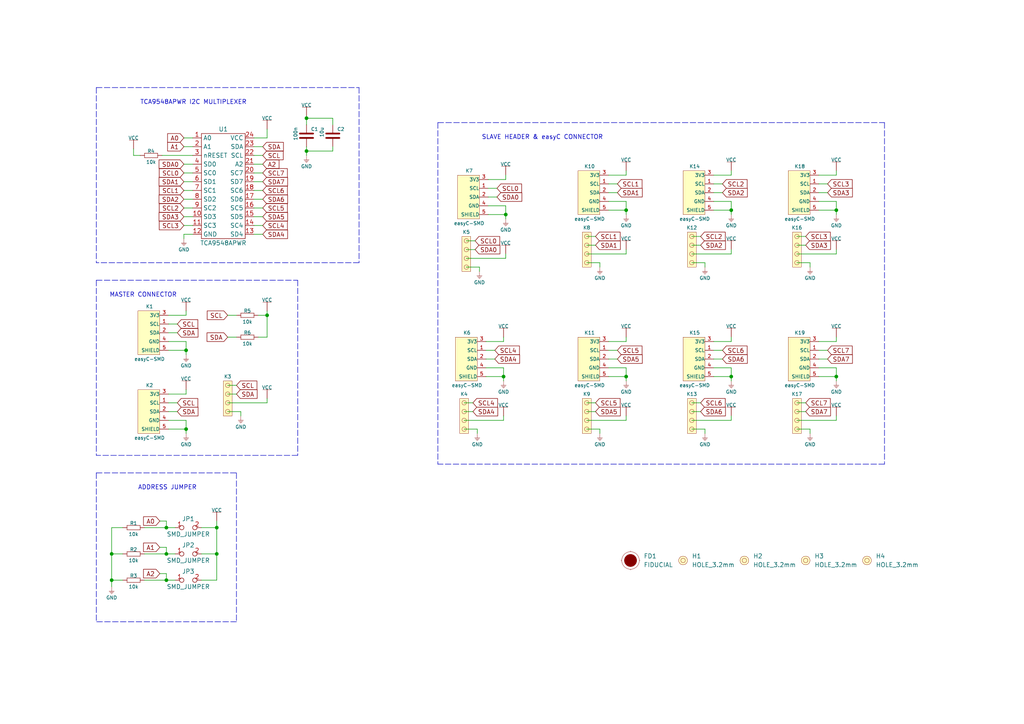
<source format=kicad_sch>
(kicad_sch (version 20211123) (generator eeschema)

  (uuid 4b17ea9b-0ded-4c82-bb65-79ad36d49d91)

  (paper "A4")

  (title_block
    (title "I2C multiplexer TCA9548A")
    (date "2021-09-09")
    (rev "V1.1.1.")
    (company "SOLDERED")
    (comment 1 "333077")
  )

  (lib_symbols
    (symbol "e-radionica.com schematics:0603C" (pin_numbers hide) (pin_names (offset 0.002)) (in_bom yes) (on_board yes)
      (property "Reference" "C" (id 0) (at -0.635 3.175 0)
        (effects (font (size 1 1)))
      )
      (property "Value" "0603C" (id 1) (at 0 -3.175 0)
        (effects (font (size 1 1)))
      )
      (property "Footprint" "e-radionica.com footprinti:0603C" (id 2) (at 0 0 0)
        (effects (font (size 1 1)) hide)
      )
      (property "Datasheet" "" (id 3) (at 0 0 0)
        (effects (font (size 1 1)) hide)
      )
      (symbol "0603C_0_1"
        (polyline
          (pts
            (xy -0.635 1.905)
            (xy -0.635 -1.905)
          )
          (stroke (width 0.5) (type default) (color 0 0 0 0))
          (fill (type none))
        )
        (polyline
          (pts
            (xy 0.635 1.905)
            (xy 0.635 -1.905)
          )
          (stroke (width 0.5) (type default) (color 0 0 0 0))
          (fill (type none))
        )
      )
      (symbol "0603C_1_1"
        (pin passive line (at -3.175 0 0) (length 2.54)
          (name "~" (effects (font (size 1.27 1.27))))
          (number "1" (effects (font (size 1.27 1.27))))
        )
        (pin passive line (at 3.175 0 180) (length 2.54)
          (name "~" (effects (font (size 1.27 1.27))))
          (number "2" (effects (font (size 1.27 1.27))))
        )
      )
    )
    (symbol "e-radionica.com schematics:0603R" (pin_numbers hide) (pin_names (offset 0.254)) (in_bom yes) (on_board yes)
      (property "Reference" "R" (id 0) (at -1.905 1.905 0)
        (effects (font (size 1 1)))
      )
      (property "Value" "0603R" (id 1) (at 0 -1.905 0)
        (effects (font (size 1 1)))
      )
      (property "Footprint" "e-radionica.com footprinti:0603R" (id 2) (at -0.635 1.905 0)
        (effects (font (size 1 1)) hide)
      )
      (property "Datasheet" "" (id 3) (at -0.635 1.905 0)
        (effects (font (size 1 1)) hide)
      )
      (symbol "0603R_0_1"
        (rectangle (start -1.905 -0.635) (end 1.905 -0.6604)
          (stroke (width 0.1) (type default) (color 0 0 0 0))
          (fill (type none))
        )
        (rectangle (start -1.905 0.635) (end -1.8796 -0.635)
          (stroke (width 0.1) (type default) (color 0 0 0 0))
          (fill (type none))
        )
        (rectangle (start -1.905 0.635) (end 1.905 0.6096)
          (stroke (width 0.1) (type default) (color 0 0 0 0))
          (fill (type none))
        )
        (rectangle (start 1.905 0.635) (end 1.9304 -0.635)
          (stroke (width 0.1) (type default) (color 0 0 0 0))
          (fill (type none))
        )
      )
      (symbol "0603R_1_1"
        (pin passive line (at -3.175 0 0) (length 1.27)
          (name "~" (effects (font (size 1.27 1.27))))
          (number "1" (effects (font (size 1.27 1.27))))
        )
        (pin passive line (at 3.175 0 180) (length 1.27)
          (name "~" (effects (font (size 1.27 1.27))))
          (number "2" (effects (font (size 1.27 1.27))))
        )
      )
    )
    (symbol "e-radionica.com schematics:1206C" (pin_numbers hide) (in_bom yes) (on_board yes)
      (property "Reference" "C" (id 0) (at -0.635 3.175 0)
        (effects (font (size 1 1)))
      )
      (property "Value" "1206C" (id 1) (at 0 -3.175 0)
        (effects (font (size 1 1)))
      )
      (property "Footprint" "e-radionica.com footprinti:1206C" (id 2) (at 0 0 0)
        (effects (font (size 1 1)) hide)
      )
      (property "Datasheet" "" (id 3) (at 0 0 0)
        (effects (font (size 1 1)) hide)
      )
      (symbol "1206C_0_1"
        (polyline
          (pts
            (xy -0.635 1.905)
            (xy -0.635 -1.905)
          )
          (stroke (width 0.5) (type default) (color 0 0 0 0))
          (fill (type none))
        )
        (polyline
          (pts
            (xy 0.635 1.905)
            (xy 0.635 -1.905)
          )
          (stroke (width 0.5) (type default) (color 0 0 0 0))
          (fill (type none))
        )
      )
      (symbol "1206C_1_1"
        (pin passive line (at -3.175 0 0) (length 2.54)
          (name "~" (effects (font (size 1.27 1.27))))
          (number "1" (effects (font (size 1.27 1.27))))
        )
        (pin passive line (at 3.175 0 180) (length 2.54)
          (name "~" (effects (font (size 1.27 1.27))))
          (number "2" (effects (font (size 1.27 1.27))))
        )
      )
    )
    (symbol "e-radionica.com schematics:FIDUCIAL" (in_bom no) (on_board yes)
      (property "Reference" "FD" (id 0) (at 0 3.81 0)
        (effects (font (size 1.27 1.27)))
      )
      (property "Value" "FIDUCIAL" (id 1) (at 0 -3.81 0)
        (effects (font (size 1.27 1.27)))
      )
      (property "Footprint" "e-radionica.com footprinti:FIDUCIAL_23" (id 2) (at 0.254 -5.334 0)
        (effects (font (size 1.27 1.27)) hide)
      )
      (property "Datasheet" "" (id 3) (at 0 0 0)
        (effects (font (size 1.27 1.27)) hide)
      )
      (symbol "FIDUCIAL_0_1"
        (polyline
          (pts
            (xy -2.54 0)
            (xy -2.794 0)
          )
          (stroke (width 0.0006) (type default) (color 0 0 0 0))
          (fill (type none))
        )
        (polyline
          (pts
            (xy 0 -2.54)
            (xy 0 -2.794)
          )
          (stroke (width 0.0006) (type default) (color 0 0 0 0))
          (fill (type none))
        )
        (polyline
          (pts
            (xy 0 2.54)
            (xy 0 2.794)
          )
          (stroke (width 0.0006) (type default) (color 0 0 0 0))
          (fill (type none))
        )
        (polyline
          (pts
            (xy 2.54 0)
            (xy 2.794 0)
          )
          (stroke (width 0.0006) (type default) (color 0 0 0 0))
          (fill (type none))
        )
        (circle (center 0 0) (radius 1.7961)
          (stroke (width 0.001) (type default) (color 0 0 0 0))
          (fill (type outline))
        )
        (circle (center 0 0) (radius 2.54)
          (stroke (width 0.0006) (type default) (color 0 0 0 0))
          (fill (type none))
        )
      )
    )
    (symbol "e-radionica.com schematics:GND" (power) (pin_names (offset 0)) (in_bom yes) (on_board yes)
      (property "Reference" "#PWR" (id 0) (at 4.445 0 0)
        (effects (font (size 1 1)) hide)
      )
      (property "Value" "GND" (id 1) (at 0 -2.921 0)
        (effects (font (size 1 1)))
      )
      (property "Footprint" "" (id 2) (at 4.445 3.81 0)
        (effects (font (size 1 1)) hide)
      )
      (property "Datasheet" "" (id 3) (at 4.445 3.81 0)
        (effects (font (size 1 1)) hide)
      )
      (property "ki_keywords" "power-flag" (id 4) (at 0 0 0)
        (effects (font (size 1.27 1.27)) hide)
      )
      (property "ki_description" "Power symbol creates a global label with name \"GND\"" (id 5) (at 0 0 0)
        (effects (font (size 1.27 1.27)) hide)
      )
      (symbol "GND_0_1"
        (polyline
          (pts
            (xy -0.762 -1.27)
            (xy 0.762 -1.27)
          )
          (stroke (width 0.0006) (type default) (color 0 0 0 0))
          (fill (type none))
        )
        (polyline
          (pts
            (xy -0.635 -1.524)
            (xy 0.635 -1.524)
          )
          (stroke (width 0.0006) (type default) (color 0 0 0 0))
          (fill (type none))
        )
        (polyline
          (pts
            (xy -0.381 -1.778)
            (xy 0.381 -1.778)
          )
          (stroke (width 0.0006) (type default) (color 0 0 0 0))
          (fill (type none))
        )
        (polyline
          (pts
            (xy -0.127 -2.032)
            (xy 0.127 -2.032)
          )
          (stroke (width 0.0006) (type default) (color 0 0 0 0))
          (fill (type none))
        )
        (polyline
          (pts
            (xy 0 0)
            (xy 0 -1.27)
          )
          (stroke (width 0.0006) (type default) (color 0 0 0 0))
          (fill (type none))
        )
      )
      (symbol "GND_1_1"
        (pin power_in line (at 0 0 270) (length 0) hide
          (name "GND" (effects (font (size 1.27 1.27))))
          (number "1" (effects (font (size 1.27 1.27))))
        )
      )
    )
    (symbol "e-radionica.com schematics:HEADER_MALE_4X1" (pin_numbers hide) (pin_names hide) (in_bom yes) (on_board yes)
      (property "Reference" "K" (id 0) (at -0.635 7.62 0)
        (effects (font (size 1 1)))
      )
      (property "Value" "HEADER_MALE_4X1" (id 1) (at 0 -5.08 0)
        (effects (font (size 1 1)))
      )
      (property "Footprint" "e-radionica.com footprinti:HEADER_MALE_4X1" (id 2) (at 0 -7.62 0)
        (effects (font (size 1 1)) hide)
      )
      (property "Datasheet" "" (id 3) (at 0 -2.54 0)
        (effects (font (size 1 1)) hide)
      )
      (symbol "HEADER_MALE_4X1_0_1"
        (circle (center 0 -2.54) (radius 0.635)
          (stroke (width 0.0006) (type default) (color 0 0 0 0))
          (fill (type none))
        )
        (circle (center 0 0) (radius 0.635)
          (stroke (width 0.0006) (type default) (color 0 0 0 0))
          (fill (type none))
        )
        (circle (center 0 2.54) (radius 0.635)
          (stroke (width 0.0006) (type default) (color 0 0 0 0))
          (fill (type none))
        )
        (circle (center 0 5.08) (radius 0.635)
          (stroke (width 0.0006) (type default) (color 0 0 0 0))
          (fill (type none))
        )
        (rectangle (start 1.27 -3.81) (end -1.27 6.35)
          (stroke (width 0.001) (type default) (color 0 0 0 0))
          (fill (type background))
        )
      )
      (symbol "HEADER_MALE_4X1_1_1"
        (pin passive line (at 0 -2.54 180) (length 0)
          (name "~" (effects (font (size 1 1))))
          (number "1" (effects (font (size 1 1))))
        )
        (pin passive line (at 0 0 180) (length 0)
          (name "~" (effects (font (size 1 1))))
          (number "2" (effects (font (size 1 1))))
        )
        (pin passive line (at 0 2.54 180) (length 0)
          (name "~" (effects (font (size 1 1))))
          (number "3" (effects (font (size 1 1))))
        )
        (pin passive line (at 0 5.08 180) (length 0)
          (name "~" (effects (font (size 1 1))))
          (number "4" (effects (font (size 1 1))))
        )
      )
    )
    (symbol "e-radionica.com schematics:HOLE_3.2mm" (pin_numbers hide) (pin_names hide) (in_bom yes) (on_board yes)
      (property "Reference" "H" (id 0) (at 0 2.54 0)
        (effects (font (size 1.27 1.27)))
      )
      (property "Value" "HOLE_3.2mm" (id 1) (at 0 -2.54 0)
        (effects (font (size 1.27 1.27)))
      )
      (property "Footprint" "e-radionica.com footprinti:HOLE_3.2mm" (id 2) (at 0 0 0)
        (effects (font (size 1.27 1.27)) hide)
      )
      (property "Datasheet" "" (id 3) (at 0 0 0)
        (effects (font (size 1.27 1.27)) hide)
      )
      (symbol "HOLE_3.2mm_0_1"
        (circle (center 0 0) (radius 0.635)
          (stroke (width 0.0006) (type default) (color 0 0 0 0))
          (fill (type none))
        )
        (circle (center 0 0) (radius 1.27)
          (stroke (width 0.001) (type default) (color 0 0 0 0))
          (fill (type background))
        )
      )
    )
    (symbol "e-radionica.com schematics:SMD_JUMPER" (in_bom yes) (on_board yes)
      (property "Reference" "JP" (id 0) (at 0 1.397 0)
        (effects (font (size 1.27 1.27)))
      )
      (property "Value" "SMD_JUMPER" (id 1) (at 0.508 -3.048 0)
        (effects (font (size 1.27 1.27)))
      )
      (property "Footprint" "e-radionica.com footprinti:SMD_JUMPER" (id 2) (at 0 0 0)
        (effects (font (size 1.27 1.27)) hide)
      )
      (property "Datasheet" "" (id 3) (at 0 0 0)
        (effects (font (size 1.27 1.27)) hide)
      )
      (symbol "SMD_JUMPER_1_1"
        (pin passive inverted (at -3.81 0 0) (length 2.54)
          (name "" (effects (font (size 1.27 1.27))))
          (number "1" (effects (font (size 1.27 1.27))))
        )
        (pin passive inverted (at 3.81 0 180) (length 2.54)
          (name "" (effects (font (size 1.27 1.27))))
          (number "2" (effects (font (size 1.27 1.27))))
        )
      )
    )
    (symbol "e-radionica.com schematics:TCA9548APWR" (in_bom yes) (on_board yes)
      (property "Reference" "U" (id 0) (at 0 16.51 0)
        (effects (font (size 1.27 1.27)))
      )
      (property "Value" "TCA9548APWR" (id 1) (at 0 -16.51 0)
        (effects (font (size 1.27 1.27)))
      )
      (property "Footprint" "e-radionica.com footprinti:TSSOP-24" (id 2) (at 0 -19.05 0)
        (effects (font (size 1.27 1.27)) hide)
      )
      (property "Datasheet" "" (id 3) (at 1.27 0 0)
        (effects (font (size 1.27 1.27)) hide)
      )
      (symbol "TCA9548APWR_0_1"
        (rectangle (start -6.35 15.24) (end 6.35 -15.24)
          (stroke (width 0.1524) (type default) (color 0 0 0 0))
          (fill (type none))
        )
      )
      (symbol "TCA9548APWR_1_1"
        (pin input line (at -8.89 13.97 0) (length 2.54)
          (name "A0" (effects (font (size 1.27 1.27))))
          (number "1" (effects (font (size 1.27 1.27))))
        )
        (pin bidirectional line (at -8.89 -8.89 0) (length 2.54)
          (name "SD3" (effects (font (size 1.27 1.27))))
          (number "10" (effects (font (size 1.27 1.27))))
        )
        (pin bidirectional line (at -8.89 -11.43 0) (length 2.54)
          (name "SC3" (effects (font (size 1.27 1.27))))
          (number "11" (effects (font (size 1.27 1.27))))
        )
        (pin power_out line (at -8.89 -13.97 0) (length 2.54)
          (name "GND" (effects (font (size 1.27 1.27))))
          (number "12" (effects (font (size 1.27 1.27))))
        )
        (pin bidirectional line (at 8.89 -13.97 180) (length 2.54)
          (name "SD4" (effects (font (size 1.27 1.27))))
          (number "13" (effects (font (size 1.27 1.27))))
        )
        (pin bidirectional line (at 8.89 -11.43 180) (length 2.54)
          (name "SC4" (effects (font (size 1.27 1.27))))
          (number "14" (effects (font (size 1.27 1.27))))
        )
        (pin bidirectional line (at 8.89 -8.89 180) (length 2.54)
          (name "SD5" (effects (font (size 1.27 1.27))))
          (number "15" (effects (font (size 1.27 1.27))))
        )
        (pin bidirectional line (at 8.89 -6.35 180) (length 2.54)
          (name "SC5" (effects (font (size 1.27 1.27))))
          (number "16" (effects (font (size 1.27 1.27))))
        )
        (pin bidirectional line (at 8.89 -3.81 180) (length 2.54)
          (name "SD6" (effects (font (size 1.27 1.27))))
          (number "17" (effects (font (size 1.27 1.27))))
        )
        (pin bidirectional line (at 8.89 -1.27 180) (length 2.54)
          (name "SC6" (effects (font (size 1.27 1.27))))
          (number "18" (effects (font (size 1.27 1.27))))
        )
        (pin bidirectional line (at 8.89 1.27 180) (length 2.54)
          (name "SD7" (effects (font (size 1.27 1.27))))
          (number "19" (effects (font (size 1.27 1.27))))
        )
        (pin input line (at -8.89 11.43 0) (length 2.54)
          (name "A1" (effects (font (size 1.27 1.27))))
          (number "2" (effects (font (size 1.27 1.27))))
        )
        (pin bidirectional line (at 8.89 3.81 180) (length 2.54)
          (name "SC7" (effects (font (size 1.27 1.27))))
          (number "20" (effects (font (size 1.27 1.27))))
        )
        (pin input line (at 8.89 6.35 180) (length 2.54)
          (name "A2" (effects (font (size 1.27 1.27))))
          (number "21" (effects (font (size 1.27 1.27))))
        )
        (pin bidirectional line (at 8.89 8.89 180) (length 2.54)
          (name "SCL" (effects (font (size 1.27 1.27))))
          (number "22" (effects (font (size 1.27 1.27))))
        )
        (pin bidirectional line (at 8.89 11.43 180) (length 2.54)
          (name "SDA" (effects (font (size 1.27 1.27))))
          (number "23" (effects (font (size 1.27 1.27))))
        )
        (pin power_in line (at 8.89 13.97 180) (length 2.54)
          (name "VCC" (effects (font (size 1.27 1.27))))
          (number "24" (effects (font (size 1.27 1.27))))
        )
        (pin input line (at -8.89 8.89 0) (length 2.54)
          (name "nRESET" (effects (font (size 1.27 1.27))))
          (number "3" (effects (font (size 1.27 1.27))))
        )
        (pin bidirectional line (at -8.89 6.35 0) (length 2.54)
          (name "SD0" (effects (font (size 1.27 1.27))))
          (number "4" (effects (font (size 1.27 1.27))))
        )
        (pin bidirectional line (at -8.89 3.81 0) (length 2.54)
          (name "SC0" (effects (font (size 1.27 1.27))))
          (number "5" (effects (font (size 1.27 1.27))))
        )
        (pin bidirectional line (at -8.89 1.27 0) (length 2.54)
          (name "SD1" (effects (font (size 1.27 1.27))))
          (number "6" (effects (font (size 1.27 1.27))))
        )
        (pin bidirectional line (at -8.89 -1.27 0) (length 2.54)
          (name "SC1" (effects (font (size 1.27 1.27))))
          (number "7" (effects (font (size 1.27 1.27))))
        )
        (pin bidirectional line (at -8.89 -3.81 0) (length 2.54)
          (name "SD2" (effects (font (size 1.27 1.27))))
          (number "8" (effects (font (size 1.27 1.27))))
        )
        (pin bidirectional line (at -8.89 -6.35 0) (length 2.54)
          (name "SC2" (effects (font (size 1.27 1.27))))
          (number "9" (effects (font (size 1.27 1.27))))
        )
      )
    )
    (symbol "e-radionica.com schematics:VCC" (power) (pin_names (offset 0)) (in_bom yes) (on_board yes)
      (property "Reference" "#PWR" (id 0) (at 4.445 0 0)
        (effects (font (size 1 1)) hide)
      )
      (property "Value" "VCC" (id 1) (at 0 3.556 0)
        (effects (font (size 1 1)))
      )
      (property "Footprint" "" (id 2) (at 4.445 3.81 0)
        (effects (font (size 1 1)) hide)
      )
      (property "Datasheet" "" (id 3) (at 4.445 3.81 0)
        (effects (font (size 1 1)) hide)
      )
      (property "ki_keywords" "power-flag" (id 4) (at 0 0 0)
        (effects (font (size 1.27 1.27)) hide)
      )
      (property "ki_description" "Power symbol creates a global label with name \"VCC\"" (id 5) (at 0 0 0)
        (effects (font (size 1.27 1.27)) hide)
      )
      (symbol "VCC_0_1"
        (polyline
          (pts
            (xy -1.27 2.54)
            (xy 1.27 2.54)
          )
          (stroke (width 0.0006) (type default) (color 0 0 0 0))
          (fill (type none))
        )
        (polyline
          (pts
            (xy 0 0)
            (xy 0 2.54)
          )
          (stroke (width 0) (type default) (color 0 0 0 0))
          (fill (type none))
        )
      )
      (symbol "VCC_1_1"
        (pin power_in line (at 0 0 90) (length 0) hide
          (name "VCC" (effects (font (size 1.27 1.27))))
          (number "1" (effects (font (size 1.27 1.27))))
        )
      )
    )
    (symbol "e-radionica.com schematics:easyC-SMD" (pin_names (offset 0.002)) (in_bom yes) (on_board yes)
      (property "Reference" "K" (id 0) (at -2.54 10.16 0)
        (effects (font (size 1 1)))
      )
      (property "Value" "easyC-SMD" (id 1) (at 0 -5.08 0)
        (effects (font (size 1 1)))
      )
      (property "Footprint" "e-radionica.com footprinti:easyC-connector" (id 2) (at 3.175 2.54 0)
        (effects (font (size 1 1)) hide)
      )
      (property "Datasheet" "" (id 3) (at 3.175 2.54 0)
        (effects (font (size 1 1)) hide)
      )
      (symbol "easyC-SMD_0_1"
        (rectangle (start -3.175 8.89) (end 3.175 -3.81)
          (stroke (width 0.001) (type default) (color 0 0 0 0))
          (fill (type background))
        )
      )
      (symbol "easyC-SMD_1_1"
        (pin passive line (at 5.715 5.08 180) (length 2.54)
          (name "SCL" (effects (font (size 1 1))))
          (number "1" (effects (font (size 1 1))))
        )
        (pin passive line (at 5.715 2.54 180) (length 2.54)
          (name "SDA" (effects (font (size 1 1))))
          (number "2" (effects (font (size 1 1))))
        )
        (pin passive line (at 5.715 7.62 180) (length 2.54)
          (name "3V3" (effects (font (size 1 1))))
          (number "3" (effects (font (size 1 1))))
        )
        (pin passive line (at 5.715 0 180) (length 2.54)
          (name "GND" (effects (font (size 1 1))))
          (number "4" (effects (font (size 1 1))))
        )
        (pin passive line (at 5.715 -2.54 180) (length 2.54)
          (name "SHIELD" (effects (font (size 1 1))))
          (number "5" (effects (font (size 1 1))))
        )
      )
    )
  )

  (junction (at 146.05 109.22) (diameter 0.9144) (color 0 0 0 0)
    (uuid 03caada9-9e22-4e2d-9035-b15433dfbb17)
  )
  (junction (at 181.61 60.96) (diameter 0.9144) (color 0 0 0 0)
    (uuid 0ff508fd-18da-4ab7-9844-3c8a28c2587e)
  )
  (junction (at 212.09 109.22) (diameter 0.9144) (color 0 0 0 0)
    (uuid 13c0ff76-ed71-4cd9-abb0-92c376825d5d)
  )
  (junction (at 32.385 168.275) (diameter 0.9144) (color 0 0 0 0)
    (uuid 1e8701fc-ad24-40ea-846a-e3db538d6077)
  )
  (junction (at 146.685 62.23) (diameter 0.9144) (color 0 0 0 0)
    (uuid 1f3003e6-dce5-420f-906b-3f1e92b67249)
  )
  (junction (at 32.385 160.655) (diameter 0.9144) (color 0 0 0 0)
    (uuid 25d545dc-8f50-4573-922c-35ef5a2a3a19)
  )
  (junction (at 181.61 109.22) (diameter 0.9144) (color 0 0 0 0)
    (uuid 378af8b4-af3d-46e7-89ae-deff12ca9067)
  )
  (junction (at 53.975 101.6) (diameter 0.9144) (color 0 0 0 0)
    (uuid 40976bf0-19de-460f-ad64-224d4f51e16b)
  )
  (junction (at 88.9 34.29) (diameter 0.9144) (color 0 0 0 0)
    (uuid 639c0e59-e95c-4114-bccd-2e7277505454)
  )
  (junction (at 242.57 109.22) (diameter 0.9144) (color 0 0 0 0)
    (uuid 8412992d-8754-44de-9e08-115cec1a3eff)
  )
  (junction (at 48.26 168.275) (diameter 0.9144) (color 0 0 0 0)
    (uuid 8c514922-ffe1-4e37-a260-e807409f2e0d)
  )
  (junction (at 88.9 43.815) (diameter 0.9144) (color 0 0 0 0)
    (uuid 8ca3e20d-bcc7-4c5e-9deb-562dfed9fecb)
  )
  (junction (at 62.865 160.655) (diameter 0.9144) (color 0 0 0 0)
    (uuid a15a7506-eae4-4933-84da-9ad754258706)
  )
  (junction (at 212.09 60.96) (diameter 0.9144) (color 0 0 0 0)
    (uuid a27eb049-c992-4f11-a026-1e6a8d9d0160)
  )
  (junction (at 48.26 160.655) (diameter 0.9144) (color 0 0 0 0)
    (uuid c25a772d-af9c-4ebc-96f6-0966738c13a8)
  )
  (junction (at 62.865 153.035) (diameter 0.9144) (color 0 0 0 0)
    (uuid c8c79177-94d4-43e2-a654-f0a5554fbb68)
  )
  (junction (at 77.47 91.44) (diameter 0.9144) (color 0 0 0 0)
    (uuid d3c11c8f-a73d-4211-934b-a6da255728ad)
  )
  (junction (at 48.26 153.035) (diameter 0.9144) (color 0 0 0 0)
    (uuid d5641ac9-9be7-46bf-90b3-6c83d852b5ba)
  )
  (junction (at 53.975 124.46) (diameter 0.9144) (color 0 0 0 0)
    (uuid e21aa84b-970e-47cf-b64f-3b55ee0e1b51)
  )
  (junction (at 242.57 60.96) (diameter 0.9144) (color 0 0 0 0)
    (uuid ffd175d1-912a-4224-be1e-a8198680f46b)
  )

  (wire (pts (xy 73.66 60.325) (xy 76.2 60.325))
    (stroke (width 0) (type solid) (color 0 0 0 0))
    (uuid 0066a5e1-2666-4303-9ce1-2c16f3d72f25)
  )
  (wire (pts (xy 181.61 121.92) (xy 181.61 120.65))
    (stroke (width 0) (type solid) (color 0 0 0 0))
    (uuid 00e800e5-ba4f-4c63-84c4-17b87612e19e)
  )
  (wire (pts (xy 135.255 69.85) (xy 137.795 69.85))
    (stroke (width 0) (type solid) (color 0 0 0 0))
    (uuid 026fdb00-71d6-4634-beb0-bad12b9e7b02)
  )
  (wire (pts (xy 146.05 99.06) (xy 146.05 97.79))
    (stroke (width 0) (type solid) (color 0 0 0 0))
    (uuid 032996b7-5b38-4d88-9ff7-82e90f085683)
  )
  (wire (pts (xy 242.57 121.92) (xy 242.57 120.65))
    (stroke (width 0) (type solid) (color 0 0 0 0))
    (uuid 045cd6e8-fa53-4eb7-877f-e6260890675d)
  )
  (wire (pts (xy 53.34 52.705) (xy 55.88 52.705))
    (stroke (width 0) (type solid) (color 0 0 0 0))
    (uuid 04b47d7a-a685-4dbc-9d80-e6b99f9f17db)
  )
  (wire (pts (xy 53.975 121.92) (xy 53.975 124.46))
    (stroke (width 0) (type solid) (color 0 0 0 0))
    (uuid 060c46ce-fa55-43cc-a097-f7b3f9961f3f)
  )
  (wire (pts (xy 48.895 116.84) (xy 51.435 116.84))
    (stroke (width 0) (type solid) (color 0 0 0 0))
    (uuid 084cf788-33e0-4973-a140-65ac6376782a)
  )
  (wire (pts (xy 207.01 101.6) (xy 209.55 101.6))
    (stroke (width 0) (type solid) (color 0 0 0 0))
    (uuid 09c30ddd-7166-4db1-a759-be5d65055fff)
  )
  (wire (pts (xy 176.53 104.14) (xy 179.07 104.14))
    (stroke (width 0) (type solid) (color 0 0 0 0))
    (uuid 0b130cd8-64e3-4a6c-83eb-8d033006dcfa)
  )
  (wire (pts (xy 207.01 106.68) (xy 212.09 106.68))
    (stroke (width 0) (type solid) (color 0 0 0 0))
    (uuid 0c53de94-44c5-44eb-9097-d67f1000b82e)
  )
  (wire (pts (xy 176.53 99.06) (xy 181.61 99.06))
    (stroke (width 0) (type solid) (color 0 0 0 0))
    (uuid 0e1e3337-39b9-462a-86c5-c52713ea9e95)
  )
  (wire (pts (xy 73.66 52.705) (xy 76.2 52.705))
    (stroke (width 0) (type solid) (color 0 0 0 0))
    (uuid 0f6aa0f1-3a28-4836-99d2-e4234fc62253)
  )
  (wire (pts (xy 53.34 55.245) (xy 55.88 55.245))
    (stroke (width 0) (type solid) (color 0 0 0 0))
    (uuid 10bb4b7c-00c0-46fa-b952-e78a5a3901e3)
  )
  (wire (pts (xy 181.61 60.96) (xy 181.61 62.23))
    (stroke (width 0) (type solid) (color 0 0 0 0))
    (uuid 11321b36-158a-4f8a-97d7-482f798e427d)
  )
  (wire (pts (xy 207.01 53.34) (xy 209.55 53.34))
    (stroke (width 0) (type solid) (color 0 0 0 0))
    (uuid 114ad81a-d5cb-41e2-950e-e8e91c0fabb5)
  )
  (wire (pts (xy 58.42 160.655) (xy 62.865 160.655))
    (stroke (width 0) (type solid) (color 0 0 0 0))
    (uuid 13223d2f-dac3-48af-8df3-744f9b330400)
  )
  (wire (pts (xy 62.865 160.655) (xy 62.865 153.035))
    (stroke (width 0) (type solid) (color 0 0 0 0))
    (uuid 13223d2f-dac3-48af-8df3-744f9b330401)
  )
  (wire (pts (xy 58.42 168.275) (xy 62.865 168.275))
    (stroke (width 0) (type solid) (color 0 0 0 0))
    (uuid 171d56a2-1ccd-421f-a5d0-9dbe6b3f803d)
  )
  (wire (pts (xy 62.865 168.275) (xy 62.865 160.655))
    (stroke (width 0) (type solid) (color 0 0 0 0))
    (uuid 171d56a2-1ccd-421f-a5d0-9dbe6b3f803e)
  )
  (wire (pts (xy 141.605 62.23) (xy 146.685 62.23))
    (stroke (width 0) (type solid) (color 0 0 0 0))
    (uuid 194619e8-2a87-4291-8ecc-63627a360c4d)
  )
  (polyline (pts (xy 127 35.56) (xy 127 134.62))
    (stroke (width 0) (type dash) (color 0 0 0 0))
    (uuid 1baf6dca-ebf4-4bc3-bac9-7a0e8c7090eb)
  )
  (polyline (pts (xy 127 35.56) (xy 256.54 35.56))
    (stroke (width 0) (type dash) (color 0 0 0 0))
    (uuid 1baf6dca-ebf4-4bc3-bac9-7a0e8c7090ec)
  )
  (polyline (pts (xy 256.54 35.56) (xy 256.54 134.62))
    (stroke (width 0) (type dash) (color 0 0 0 0))
    (uuid 1baf6dca-ebf4-4bc3-bac9-7a0e8c7090ed)
  )
  (polyline (pts (xy 256.54 134.62) (xy 127 134.62))
    (stroke (width 0) (type dash) (color 0 0 0 0))
    (uuid 1baf6dca-ebf4-4bc3-bac9-7a0e8c7090ee)
  )

  (wire (pts (xy 176.53 109.22) (xy 181.61 109.22))
    (stroke (width 0) (type solid) (color 0 0 0 0))
    (uuid 1c2c6c57-8368-477e-9cd4-cb54c1e807ab)
  )
  (wire (pts (xy 237.49 109.22) (xy 242.57 109.22))
    (stroke (width 0) (type solid) (color 0 0 0 0))
    (uuid 1ce42660-7c0d-4a3d-8871-3db76b2afd45)
  )
  (polyline (pts (xy 27.94 137.16) (xy 27.94 180.34))
    (stroke (width 0) (type dash) (color 0 0 0 0))
    (uuid 1d2193bc-1dd0-4523-a474-f5a0c630737e)
  )
  (polyline (pts (xy 27.94 137.16) (xy 68.58 137.16))
    (stroke (width 0) (type dash) (color 0 0 0 0))
    (uuid 1d2193bc-1dd0-4523-a474-f5a0c630737f)
  )
  (polyline (pts (xy 68.58 137.16) (xy 68.58 180.34))
    (stroke (width 0) (type dash) (color 0 0 0 0))
    (uuid 1d2193bc-1dd0-4523-a474-f5a0c6307380)
  )
  (polyline (pts (xy 68.58 180.34) (xy 27.94 180.34))
    (stroke (width 0) (type dash) (color 0 0 0 0))
    (uuid 1d2193bc-1dd0-4523-a474-f5a0c6307381)
  )

  (wire (pts (xy 66.04 116.84) (xy 77.47 116.84))
    (stroke (width 0) (type solid) (color 0 0 0 0))
    (uuid 1d52ebc2-aa60-4135-9053-3950d3215741)
  )
  (wire (pts (xy 77.47 116.84) (xy 77.47 115.57))
    (stroke (width 0) (type solid) (color 0 0 0 0))
    (uuid 1d52ebc2-aa60-4135-9053-3950d3215742)
  )
  (wire (pts (xy 53.34 65.405) (xy 55.88 65.405))
    (stroke (width 0) (type solid) (color 0 0 0 0))
    (uuid 1e2e7f1b-1a56-4d33-be3e-e73916ec6ce4)
  )
  (wire (pts (xy 53.34 60.325) (xy 55.88 60.325))
    (stroke (width 0) (type solid) (color 0 0 0 0))
    (uuid 1fc18d56-72a7-4cb4-95d6-fddf7730df32)
  )
  (wire (pts (xy 135.255 72.39) (xy 137.795 72.39))
    (stroke (width 0) (type solid) (color 0 0 0 0))
    (uuid 20fca822-f2f2-4c31-925d-534dbb3b427c)
  )
  (wire (pts (xy 46.355 166.37) (xy 48.26 166.37))
    (stroke (width 0) (type solid) (color 0 0 0 0))
    (uuid 228e230f-d695-4a74-bc74-93358afa0fbf)
  )
  (wire (pts (xy 48.26 166.37) (xy 48.26 168.275))
    (stroke (width 0) (type solid) (color 0 0 0 0))
    (uuid 228e230f-d695-4a74-bc74-93358afa0fc0)
  )
  (wire (pts (xy 242.57 106.68) (xy 242.57 109.22))
    (stroke (width 0) (type solid) (color 0 0 0 0))
    (uuid 22f67c3c-58f7-44eb-a928-d30758adf151)
  )
  (wire (pts (xy 73.66 47.625) (xy 76.2 47.625))
    (stroke (width 0) (type solid) (color 0 0 0 0))
    (uuid 29775621-727e-46fb-8ed4-6b4fbcc3af4c)
  )
  (wire (pts (xy 66.04 114.3) (xy 68.58 114.3))
    (stroke (width 0) (type solid) (color 0 0 0 0))
    (uuid 2c81a6ed-f836-411d-9c13-ee6dd2dc4808)
  )
  (wire (pts (xy 170.18 76.2) (xy 173.99 76.2))
    (stroke (width 0) (type solid) (color 0 0 0 0))
    (uuid 2d8b1a43-11f2-45ba-bd93-7836d9a5a3db)
  )
  (wire (pts (xy 48.895 121.92) (xy 53.975 121.92))
    (stroke (width 0) (type solid) (color 0 0 0 0))
    (uuid 2e04804c-0415-47c7-8cfb-c5a8a957096e)
  )
  (wire (pts (xy 170.18 124.46) (xy 173.99 124.46))
    (stroke (width 0) (type solid) (color 0 0 0 0))
    (uuid 2fc738e5-e3b8-4a18-bbf2-dcf5de50790d)
  )
  (wire (pts (xy 146.685 52.07) (xy 146.685 50.8))
    (stroke (width 0) (type solid) (color 0 0 0 0))
    (uuid 325435bd-f17c-47af-ab2d-14e87a69f1ee)
  )
  (wire (pts (xy 212.09 106.68) (xy 212.09 109.22))
    (stroke (width 0) (type solid) (color 0 0 0 0))
    (uuid 325839c2-d4ac-4015-9edb-90731d6431b8)
  )
  (wire (pts (xy 74.93 97.79) (xy 77.47 97.79))
    (stroke (width 0) (type solid) (color 0 0 0 0))
    (uuid 3408fa42-bc0a-45cc-97e1-dd850186afb3)
  )
  (wire (pts (xy 77.47 91.44) (xy 77.47 90.17))
    (stroke (width 0) (type solid) (color 0 0 0 0))
    (uuid 3408fa42-bc0a-45cc-97e1-dd850186afb4)
  )
  (wire (pts (xy 77.47 97.79) (xy 77.47 91.44))
    (stroke (width 0) (type solid) (color 0 0 0 0))
    (uuid 3408fa42-bc0a-45cc-97e1-dd850186afb5)
  )
  (wire (pts (xy 170.18 73.66) (xy 181.61 73.66))
    (stroke (width 0) (type solid) (color 0 0 0 0))
    (uuid 3546f87d-3139-4827-a92a-70071b1684e0)
  )
  (wire (pts (xy 66.04 91.44) (xy 68.58 91.44))
    (stroke (width 0) (type solid) (color 0 0 0 0))
    (uuid 35556d23-fc24-4e9b-a1b3-0a21c195f9ef)
  )
  (wire (pts (xy 242.57 50.8) (xy 242.57 49.53))
    (stroke (width 0) (type solid) (color 0 0 0 0))
    (uuid 3a143ee6-110b-481a-a345-db1b1b8e56c1)
  )
  (wire (pts (xy 207.01 104.14) (xy 209.55 104.14))
    (stroke (width 0) (type solid) (color 0 0 0 0))
    (uuid 3a2f4987-09c1-4af8-9c4b-3d9a5e2c9e66)
  )
  (wire (pts (xy 212.09 109.22) (xy 212.09 110.49))
    (stroke (width 0) (type solid) (color 0 0 0 0))
    (uuid 3a91758e-0a59-4387-9c17-df025bafd170)
  )
  (wire (pts (xy 173.99 76.2) (xy 173.99 77.47))
    (stroke (width 0) (type solid) (color 0 0 0 0))
    (uuid 3c4284b3-c056-4667-bab7-28f8bdfa4a6a)
  )
  (wire (pts (xy 46.99 45.085) (xy 55.88 45.085))
    (stroke (width 0) (type solid) (color 0 0 0 0))
    (uuid 3e4c43fa-bc37-4276-a956-b4f565239acf)
  )
  (wire (pts (xy 204.47 76.2) (xy 204.47 77.47))
    (stroke (width 0) (type solid) (color 0 0 0 0))
    (uuid 413f7fa6-684f-4c27-bedf-f05268795d0e)
  )
  (wire (pts (xy 176.53 101.6) (xy 179.07 101.6))
    (stroke (width 0) (type solid) (color 0 0 0 0))
    (uuid 4157ad90-9f68-4ea3-887a-c191ceaee098)
  )
  (wire (pts (xy 140.97 101.6) (xy 143.51 101.6))
    (stroke (width 0) (type solid) (color 0 0 0 0))
    (uuid 41fef84d-50c1-4204-9dd4-b8eef3f99acb)
  )
  (wire (pts (xy 231.14 68.58) (xy 233.68 68.58))
    (stroke (width 0) (type solid) (color 0 0 0 0))
    (uuid 4250e44d-14c8-4599-95d8-605efd8d4101)
  )
  (wire (pts (xy 38.735 45.085) (xy 38.735 43.18))
    (stroke (width 0) (type solid) (color 0 0 0 0))
    (uuid 43b0d63f-ee40-47a5-a927-02ce0c5df6f8)
  )
  (wire (pts (xy 40.64 45.085) (xy 38.735 45.085))
    (stroke (width 0) (type solid) (color 0 0 0 0))
    (uuid 43b0d63f-ee40-47a5-a927-02ce0c5df6f9)
  )
  (wire (pts (xy 231.14 76.2) (xy 234.95 76.2))
    (stroke (width 0) (type solid) (color 0 0 0 0))
    (uuid 459b0ca9-7140-4a1c-941c-2a584587ba9e)
  )
  (wire (pts (xy 176.53 58.42) (xy 181.61 58.42))
    (stroke (width 0) (type solid) (color 0 0 0 0))
    (uuid 4757ed44-a45e-4c01-a4c8-a4a4fd30425f)
  )
  (wire (pts (xy 139.065 77.47) (xy 139.065 78.74))
    (stroke (width 0) (type solid) (color 0 0 0 0))
    (uuid 48a5643f-5945-4079-9ba3-fc746b3a068d)
  )
  (wire (pts (xy 73.66 45.085) (xy 76.2 45.085))
    (stroke (width 0) (type solid) (color 0 0 0 0))
    (uuid 48ee23da-7feb-419c-8412-31a14f26157b)
  )
  (wire (pts (xy 207.01 55.88) (xy 209.55 55.88))
    (stroke (width 0) (type solid) (color 0 0 0 0))
    (uuid 4b49f5c5-e9e6-4a8e-a467-a492aad0eb46)
  )
  (wire (pts (xy 176.53 55.88) (xy 179.07 55.88))
    (stroke (width 0) (type solid) (color 0 0 0 0))
    (uuid 4b773504-d3b6-48ed-ae04-6232e97ff417)
  )
  (wire (pts (xy 176.53 106.68) (xy 181.61 106.68))
    (stroke (width 0) (type solid) (color 0 0 0 0))
    (uuid 4bf92848-c789-4b9c-bcbe-412674ff1b4d)
  )
  (wire (pts (xy 181.61 99.06) (xy 181.61 97.79))
    (stroke (width 0) (type solid) (color 0 0 0 0))
    (uuid 4cde9214-972a-425f-8250-3d3a72ee269a)
  )
  (wire (pts (xy 200.66 116.84) (xy 203.2 116.84))
    (stroke (width 0) (type solid) (color 0 0 0 0))
    (uuid 4d3f46da-f4e8-4808-9d62-19a24d1c5436)
  )
  (wire (pts (xy 231.14 119.38) (xy 233.68 119.38))
    (stroke (width 0) (type solid) (color 0 0 0 0))
    (uuid 4fe94156-480a-4d40-bee7-43622922f9cc)
  )
  (wire (pts (xy 32.385 168.275) (xy 35.56 168.275))
    (stroke (width 0) (type solid) (color 0 0 0 0))
    (uuid 523417f6-3cfd-4ba6-b55b-c510d89bff13)
  )
  (wire (pts (xy 66.04 97.79) (xy 68.58 97.79))
    (stroke (width 0) (type solid) (color 0 0 0 0))
    (uuid 54ce2a31-a237-43a4-a1a3-8fdfdd1f55df)
  )
  (wire (pts (xy 48.895 91.44) (xy 53.975 91.44))
    (stroke (width 0) (type solid) (color 0 0 0 0))
    (uuid 5513b5ca-2e80-4452-8e7f-16bbc30f7dde)
  )
  (wire (pts (xy 53.975 91.44) (xy 53.975 90.17))
    (stroke (width 0) (type solid) (color 0 0 0 0))
    (uuid 5513b5ca-2e80-4452-8e7f-16bbc30f7ddf)
  )
  (wire (pts (xy 231.14 121.92) (xy 242.57 121.92))
    (stroke (width 0) (type solid) (color 0 0 0 0))
    (uuid 5825a9d3-9e9a-44ea-849b-569aff4d8ff8)
  )
  (wire (pts (xy 237.49 53.34) (xy 240.03 53.34))
    (stroke (width 0) (type solid) (color 0 0 0 0))
    (uuid 5848a0cb-5355-4182-a2bd-6ae24a029181)
  )
  (wire (pts (xy 237.49 50.8) (xy 242.57 50.8))
    (stroke (width 0) (type solid) (color 0 0 0 0))
    (uuid 596c70d5-a077-42e1-bef3-3ce3eb57885d)
  )
  (wire (pts (xy 146.685 59.69) (xy 146.685 62.23))
    (stroke (width 0) (type solid) (color 0 0 0 0))
    (uuid 5f287416-1366-4d61-9213-f1eb6d66c0cf)
  )
  (wire (pts (xy 212.09 99.06) (xy 212.09 97.79))
    (stroke (width 0) (type solid) (color 0 0 0 0))
    (uuid 6015eb8e-e0a1-434c-8528-8d2ebc5c05b4)
  )
  (wire (pts (xy 73.66 57.785) (xy 76.2 57.785))
    (stroke (width 0) (type solid) (color 0 0 0 0))
    (uuid 6113e6a9-bf44-4437-988b-a68998bc20b4)
  )
  (wire (pts (xy 242.57 60.96) (xy 242.57 62.23))
    (stroke (width 0) (type solid) (color 0 0 0 0))
    (uuid 6225d81c-c2d8-4331-97bd-2cb5d1027277)
  )
  (wire (pts (xy 73.66 42.545) (xy 76.2 42.545))
    (stroke (width 0) (type solid) (color 0 0 0 0))
    (uuid 65a67125-49fe-415e-bdbe-14b9c0c928de)
  )
  (wire (pts (xy 88.9 33.655) (xy 88.9 34.29))
    (stroke (width 0) (type solid) (color 0 0 0 0))
    (uuid 66419a49-6faa-4e3d-8fef-dc5c38dbf3fd)
  )
  (wire (pts (xy 88.9 34.29) (xy 88.9 36.195))
    (stroke (width 0) (type solid) (color 0 0 0 0))
    (uuid 66419a49-6faa-4e3d-8fef-dc5c38dbf3fe)
  )
  (wire (pts (xy 73.66 67.945) (xy 76.2 67.945))
    (stroke (width 0) (type solid) (color 0 0 0 0))
    (uuid 6868bcdc-165d-4b3a-b572-7007a4c76ac1)
  )
  (wire (pts (xy 96.52 34.29) (xy 88.9 34.29))
    (stroke (width 0) (type solid) (color 0 0 0 0))
    (uuid 6a119296-37d5-45dc-b0e5-47ff7828720d)
  )
  (wire (pts (xy 96.52 36.195) (xy 96.52 34.29))
    (stroke (width 0) (type solid) (color 0 0 0 0))
    (uuid 6a119296-37d5-45dc-b0e5-47ff7828720e)
  )
  (wire (pts (xy 234.95 124.46) (xy 234.95 125.73))
    (stroke (width 0) (type solid) (color 0 0 0 0))
    (uuid 6e881cb3-7c50-4ac7-917b-66350d11b24d)
  )
  (wire (pts (xy 207.01 58.42) (xy 212.09 58.42))
    (stroke (width 0) (type solid) (color 0 0 0 0))
    (uuid 6f693551-f8d3-47f2-a1bd-5adabd860e19)
  )
  (wire (pts (xy 146.05 109.22) (xy 146.05 110.49))
    (stroke (width 0) (type solid) (color 0 0 0 0))
    (uuid 71b84fca-ea9a-4d60-877a-b18e95f51fc4)
  )
  (wire (pts (xy 73.66 55.245) (xy 76.2 55.245))
    (stroke (width 0) (type solid) (color 0 0 0 0))
    (uuid 71ce3df3-9c02-4b66-8e54-29fc8d2c22ab)
  )
  (wire (pts (xy 32.385 153.035) (xy 32.385 160.655))
    (stroke (width 0) (type solid) (color 0 0 0 0))
    (uuid 74616d03-a23e-4e4c-99c7-3beb79133922)
  )
  (wire (pts (xy 32.385 160.655) (xy 32.385 168.275))
    (stroke (width 0) (type solid) (color 0 0 0 0))
    (uuid 74616d03-a23e-4e4c-99c7-3beb79133923)
  )
  (wire (pts (xy 32.385 168.275) (xy 32.385 170.18))
    (stroke (width 0) (type solid) (color 0 0 0 0))
    (uuid 74616d03-a23e-4e4c-99c7-3beb79133924)
  )
  (wire (pts (xy 35.56 153.035) (xy 32.385 153.035))
    (stroke (width 0) (type solid) (color 0 0 0 0))
    (uuid 74616d03-a23e-4e4c-99c7-3beb79133925)
  )
  (wire (pts (xy 88.9 42.545) (xy 88.9 43.815))
    (stroke (width 0) (type solid) (color 0 0 0 0))
    (uuid 74c0c947-046f-4746-b311-d8d34eed590e)
  )
  (wire (pts (xy 88.9 43.815) (xy 88.9 45.085))
    (stroke (width 0) (type solid) (color 0 0 0 0))
    (uuid 74c0c947-046f-4746-b311-d8d34eed590f)
  )
  (wire (pts (xy 200.66 124.46) (xy 204.47 124.46))
    (stroke (width 0) (type solid) (color 0 0 0 0))
    (uuid 75aa1ca0-5c44-4d61-abad-07d25baaf0b6)
  )
  (wire (pts (xy 73.66 65.405) (xy 76.2 65.405))
    (stroke (width 0) (type solid) (color 0 0 0 0))
    (uuid 777de93d-0b4d-48f7-8721-237ddf734ca8)
  )
  (wire (pts (xy 176.53 60.96) (xy 181.61 60.96))
    (stroke (width 0) (type solid) (color 0 0 0 0))
    (uuid 7d10d053-3ab1-41c4-bce5-fe52b65ba8e8)
  )
  (wire (pts (xy 140.97 104.14) (xy 143.51 104.14))
    (stroke (width 0) (type solid) (color 0 0 0 0))
    (uuid 7d52fce9-4f22-490e-82e3-90330b69bd40)
  )
  (wire (pts (xy 212.09 73.66) (xy 212.09 72.39))
    (stroke (width 0) (type solid) (color 0 0 0 0))
    (uuid 7f7031dc-aed3-479f-96c4-2585cca3801d)
  )
  (wire (pts (xy 73.66 40.005) (xy 77.47 40.005))
    (stroke (width 0) (type solid) (color 0 0 0 0))
    (uuid 812d6531-557e-4b6e-8315-e3442c80ebff)
  )
  (wire (pts (xy 77.47 40.005) (xy 77.47 37.465))
    (stroke (width 0) (type solid) (color 0 0 0 0))
    (uuid 812d6531-557e-4b6e-8315-e3442c80ec00)
  )
  (wire (pts (xy 173.99 124.46) (xy 173.99 125.73))
    (stroke (width 0) (type solid) (color 0 0 0 0))
    (uuid 82bc1a19-36e4-4cc1-9197-c7a9a53dd3d8)
  )
  (wire (pts (xy 134.62 116.84) (xy 137.16 116.84))
    (stroke (width 0) (type solid) (color 0 0 0 0))
    (uuid 83507c4e-8fca-4839-a788-0b8a9dccdf71)
  )
  (wire (pts (xy 41.91 160.655) (xy 48.26 160.655))
    (stroke (width 0) (type solid) (color 0 0 0 0))
    (uuid 8469e88a-c15a-410f-9728-da459370a50f)
  )
  (wire (pts (xy 48.26 160.655) (xy 50.8 160.655))
    (stroke (width 0) (type solid) (color 0 0 0 0))
    (uuid 8469e88a-c15a-410f-9728-da459370a510)
  )
  (wire (pts (xy 134.62 121.92) (xy 146.05 121.92))
    (stroke (width 0) (type solid) (color 0 0 0 0))
    (uuid 8591d3db-39aa-4dc3-8864-bb4aa7b77cdb)
  )
  (wire (pts (xy 146.05 106.68) (xy 146.05 109.22))
    (stroke (width 0) (type solid) (color 0 0 0 0))
    (uuid 86825b94-cec7-46d9-b0a4-36a2d44abc5e)
  )
  (wire (pts (xy 212.09 50.8) (xy 212.09 49.53))
    (stroke (width 0) (type solid) (color 0 0 0 0))
    (uuid 8702b9da-77f4-44a7-8a25-a11c9ec941e7)
  )
  (wire (pts (xy 237.49 60.96) (xy 242.57 60.96))
    (stroke (width 0) (type solid) (color 0 0 0 0))
    (uuid 885613d8-5b3b-442f-995b-56b938483106)
  )
  (wire (pts (xy 66.04 119.38) (xy 69.85 119.38))
    (stroke (width 0) (type solid) (color 0 0 0 0))
    (uuid 892589fa-f04b-402f-bd88-9158d8159cd7)
  )
  (wire (pts (xy 69.85 119.38) (xy 69.85 120.65))
    (stroke (width 0) (type solid) (color 0 0 0 0))
    (uuid 892589fa-f04b-402f-bd88-9158d8159cd8)
  )
  (wire (pts (xy 66.04 111.76) (xy 68.58 111.76))
    (stroke (width 0) (type solid) (color 0 0 0 0))
    (uuid 89a1197e-e57a-4fb9-8555-6f4a1707254c)
  )
  (wire (pts (xy 200.66 71.12) (xy 203.2 71.12))
    (stroke (width 0) (type solid) (color 0 0 0 0))
    (uuid 918f264a-35e9-4fae-b0fa-1fd096b34887)
  )
  (wire (pts (xy 242.57 58.42) (xy 242.57 60.96))
    (stroke (width 0) (type solid) (color 0 0 0 0))
    (uuid 92862d77-0411-49c6-911c-e20309a3fc71)
  )
  (wire (pts (xy 53.34 42.545) (xy 55.88 42.545))
    (stroke (width 0) (type solid) (color 0 0 0 0))
    (uuid 93f9089f-90e2-47d3-9fa4-a5c560329ddc)
  )
  (wire (pts (xy 231.14 124.46) (xy 234.95 124.46))
    (stroke (width 0) (type solid) (color 0 0 0 0))
    (uuid 9588e7df-8ccc-496c-96d4-5fafacfe4453)
  )
  (wire (pts (xy 48.895 114.3) (xy 53.975 114.3))
    (stroke (width 0) (type solid) (color 0 0 0 0))
    (uuid 95e9baab-fc2a-4fc3-895b-349d2709d57e)
  )
  (wire (pts (xy 170.18 119.38) (xy 172.72 119.38))
    (stroke (width 0) (type solid) (color 0 0 0 0))
    (uuid 99e81e9c-f2ca-4e3a-bdf2-15a81a233eee)
  )
  (wire (pts (xy 204.47 124.46) (xy 204.47 125.73))
    (stroke (width 0) (type solid) (color 0 0 0 0))
    (uuid 9b9b957c-5b21-4bb6-a9ea-55b2e68e67e7)
  )
  (wire (pts (xy 231.14 71.12) (xy 233.68 71.12))
    (stroke (width 0) (type solid) (color 0 0 0 0))
    (uuid 9c36ffe0-6ed6-42be-9d42-a5f61132ab9b)
  )
  (wire (pts (xy 134.62 119.38) (xy 137.16 119.38))
    (stroke (width 0) (type solid) (color 0 0 0 0))
    (uuid 9c5701b1-08c6-4741-b454-d280a1c48a48)
  )
  (wire (pts (xy 138.43 124.46) (xy 138.43 125.73))
    (stroke (width 0) (type solid) (color 0 0 0 0))
    (uuid 9f705892-2930-4207-979e-ce012ccd5079)
  )
  (wire (pts (xy 237.49 104.14) (xy 240.03 104.14))
    (stroke (width 0) (type solid) (color 0 0 0 0))
    (uuid a01b4be6-bc93-446c-b3a9-bcb421dcab02)
  )
  (wire (pts (xy 212.09 121.92) (xy 212.09 120.65))
    (stroke (width 0) (type solid) (color 0 0 0 0))
    (uuid a027f3aa-360d-46fc-a496-b896e6d77013)
  )
  (wire (pts (xy 48.895 96.52) (xy 51.435 96.52))
    (stroke (width 0) (type solid) (color 0 0 0 0))
    (uuid a0c5762c-3790-4c03-b55e-c789153e93d0)
  )
  (wire (pts (xy 237.49 106.68) (xy 242.57 106.68))
    (stroke (width 0) (type solid) (color 0 0 0 0))
    (uuid a23b5fa0-d1ac-43b2-a88f-ed2fdb440376)
  )
  (wire (pts (xy 140.97 109.22) (xy 146.05 109.22))
    (stroke (width 0) (type solid) (color 0 0 0 0))
    (uuid a3992882-88f5-4781-9dfd-f640d16bab9e)
  )
  (wire (pts (xy 242.57 99.06) (xy 242.57 97.79))
    (stroke (width 0) (type solid) (color 0 0 0 0))
    (uuid a50919ac-e374-4027-9417-bd69d72e489d)
  )
  (wire (pts (xy 170.18 116.84) (xy 172.72 116.84))
    (stroke (width 0) (type solid) (color 0 0 0 0))
    (uuid a5989cea-7c7b-4112-8b79-6349ad35b2a9)
  )
  (wire (pts (xy 212.09 58.42) (xy 212.09 60.96))
    (stroke (width 0) (type solid) (color 0 0 0 0))
    (uuid a8388c22-24f9-4047-bd87-20611dfd932e)
  )
  (wire (pts (xy 146.685 74.93) (xy 146.685 73.66))
    (stroke (width 0) (type solid) (color 0 0 0 0))
    (uuid a9178cfb-821b-442a-9c39-e5781f3eb51c)
  )
  (wire (pts (xy 200.66 121.92) (xy 212.09 121.92))
    (stroke (width 0) (type solid) (color 0 0 0 0))
    (uuid ac6fe680-1ea1-44be-82e0-87c1f68e9473)
  )
  (wire (pts (xy 176.53 53.34) (xy 179.07 53.34))
    (stroke (width 0) (type solid) (color 0 0 0 0))
    (uuid ad1c5b54-4f43-41b6-995b-33d27d3d8fd7)
  )
  (wire (pts (xy 146.685 62.23) (xy 146.685 63.5))
    (stroke (width 0) (type solid) (color 0 0 0 0))
    (uuid ad930884-1926-4181-accb-0e73ae259beb)
  )
  (wire (pts (xy 53.975 114.3) (xy 53.975 113.03))
    (stroke (width 0) (type solid) (color 0 0 0 0))
    (uuid b2b2076a-c403-4069-a9dc-1c2864daa56d)
  )
  (wire (pts (xy 53.34 50.165) (xy 55.88 50.165))
    (stroke (width 0) (type solid) (color 0 0 0 0))
    (uuid b5ee26de-fa23-447c-b598-8a8419632508)
  )
  (wire (pts (xy 96.52 42.545) (xy 96.52 43.815))
    (stroke (width 0) (type solid) (color 0 0 0 0))
    (uuid b61248d5-926b-4c8c-acca-130d372626ee)
  )
  (wire (pts (xy 96.52 43.815) (xy 88.9 43.815))
    (stroke (width 0) (type solid) (color 0 0 0 0))
    (uuid b61248d5-926b-4c8c-acca-130d372626ef)
  )
  (polyline (pts (xy 27.94 25.4) (xy 27.94 76.2))
    (stroke (width 0) (type dash) (color 0 0 0 0))
    (uuid b6b29a9b-6020-4c4c-8889-ff47fcaf8ca2)
  )
  (polyline (pts (xy 27.94 25.4) (xy 104.14 25.4))
    (stroke (width 0) (type dash) (color 0 0 0 0))
    (uuid b6b29a9b-6020-4c4c-8889-ff47fcaf8ca3)
  )
  (polyline (pts (xy 104.14 25.4) (xy 104.14 76.2))
    (stroke (width 0) (type dash) (color 0 0 0 0))
    (uuid b6b29a9b-6020-4c4c-8889-ff47fcaf8ca4)
  )
  (polyline (pts (xy 104.14 76.2) (xy 27.94 76.2))
    (stroke (width 0) (type dash) (color 0 0 0 0))
    (uuid b6b29a9b-6020-4c4c-8889-ff47fcaf8ca5)
  )

  (wire (pts (xy 74.93 91.44) (xy 77.47 91.44))
    (stroke (width 0) (type solid) (color 0 0 0 0))
    (uuid b6c3377b-da7e-4347-a4ac-a186f39c6094)
  )
  (wire (pts (xy 237.49 99.06) (xy 242.57 99.06))
    (stroke (width 0) (type solid) (color 0 0 0 0))
    (uuid bae8c7f2-ccbb-4a80-9233-cf3c059eb863)
  )
  (wire (pts (xy 200.66 119.38) (xy 203.2 119.38))
    (stroke (width 0) (type solid) (color 0 0 0 0))
    (uuid bb6e55c0-6c38-4490-b9d7-0f75dc5ac6d7)
  )
  (wire (pts (xy 181.61 73.66) (xy 181.61 72.39))
    (stroke (width 0) (type solid) (color 0 0 0 0))
    (uuid bc69cc23-ce5f-4240-8051-9211b17c786b)
  )
  (wire (pts (xy 200.66 68.58) (xy 203.2 68.58))
    (stroke (width 0) (type solid) (color 0 0 0 0))
    (uuid bc75074b-d296-49b9-8f04-870ddd9ba797)
  )
  (wire (pts (xy 237.49 55.88) (xy 240.03 55.88))
    (stroke (width 0) (type solid) (color 0 0 0 0))
    (uuid be250227-a21b-419e-b1a9-165e24be7923)
  )
  (wire (pts (xy 48.895 93.98) (xy 51.435 93.98))
    (stroke (width 0) (type solid) (color 0 0 0 0))
    (uuid be566bf6-fe4b-484d-ba37-405311f6b4c9)
  )
  (wire (pts (xy 135.255 77.47) (xy 139.065 77.47))
    (stroke (width 0) (type solid) (color 0 0 0 0))
    (uuid bfd1be79-7fa5-4859-8f12-78aeecb98ccb)
  )
  (wire (pts (xy 146.05 121.92) (xy 146.05 120.65))
    (stroke (width 0) (type solid) (color 0 0 0 0))
    (uuid c0f027c5-3bc7-46d8-9a63-a7d5a9564b56)
  )
  (wire (pts (xy 53.975 124.46) (xy 53.975 125.73))
    (stroke (width 0) (type solid) (color 0 0 0 0))
    (uuid c1f0316f-8f69-465f-858e-e21a0f2fda7d)
  )
  (wire (pts (xy 48.895 99.06) (xy 53.975 99.06))
    (stroke (width 0) (type solid) (color 0 0 0 0))
    (uuid c35152ea-e7ba-4f05-bdd5-691453c32ae2)
  )
  (wire (pts (xy 53.975 99.06) (xy 53.975 101.6))
    (stroke (width 0) (type solid) (color 0 0 0 0))
    (uuid c35152ea-e7ba-4f05-bdd5-691453c32ae3)
  )
  (wire (pts (xy 53.975 101.6) (xy 53.975 102.87))
    (stroke (width 0) (type solid) (color 0 0 0 0))
    (uuid c35152ea-e7ba-4f05-bdd5-691453c32ae4)
  )
  (wire (pts (xy 53.34 67.945) (xy 53.34 69.215))
    (stroke (width 0) (type solid) (color 0 0 0 0))
    (uuid c8b906db-a83f-4312-b923-3b19b16c68b2)
  )
  (wire (pts (xy 55.88 67.945) (xy 53.34 67.945))
    (stroke (width 0) (type solid) (color 0 0 0 0))
    (uuid c8b906db-a83f-4312-b923-3b19b16c68b3)
  )
  (wire (pts (xy 242.57 109.22) (xy 242.57 110.49))
    (stroke (width 0) (type solid) (color 0 0 0 0))
    (uuid c8fdf979-7f89-43e1-867b-80beb475ea31)
  )
  (wire (pts (xy 170.18 68.58) (xy 172.72 68.58))
    (stroke (width 0) (type solid) (color 0 0 0 0))
    (uuid c90987ed-317c-45c6-8eda-a01d084612e0)
  )
  (wire (pts (xy 140.97 106.68) (xy 146.05 106.68))
    (stroke (width 0) (type solid) (color 0 0 0 0))
    (uuid c9417551-dbd2-4496-afc4-e36fce31b195)
  )
  (wire (pts (xy 212.09 60.96) (xy 212.09 62.23))
    (stroke (width 0) (type solid) (color 0 0 0 0))
    (uuid cc9c4c54-ba49-445e-bd77-43c3f4399677)
  )
  (wire (pts (xy 32.385 160.655) (xy 35.56 160.655))
    (stroke (width 0) (type solid) (color 0 0 0 0))
    (uuid d0348363-b343-4a1b-98fc-4c5b2b7257b4)
  )
  (wire (pts (xy 176.53 50.8) (xy 181.61 50.8))
    (stroke (width 0) (type solid) (color 0 0 0 0))
    (uuid d0439b78-3922-4092-8bba-7ee4019ef44f)
  )
  (wire (pts (xy 231.14 116.84) (xy 233.68 116.84))
    (stroke (width 0) (type solid) (color 0 0 0 0))
    (uuid d0a7a1b4-986c-46c7-809e-f1528cd32fba)
  )
  (wire (pts (xy 242.57 73.66) (xy 242.57 72.39))
    (stroke (width 0) (type solid) (color 0 0 0 0))
    (uuid d0b31712-ab3c-446b-a9f3-512b8e373248)
  )
  (wire (pts (xy 141.605 52.07) (xy 146.685 52.07))
    (stroke (width 0) (type solid) (color 0 0 0 0))
    (uuid d1b84a03-3e18-4859-ab9f-a993409f6f9a)
  )
  (wire (pts (xy 170.18 121.92) (xy 181.61 121.92))
    (stroke (width 0) (type solid) (color 0 0 0 0))
    (uuid d39dbb44-0856-4c0e-ba5f-ba7cd3790b63)
  )
  (wire (pts (xy 134.62 124.46) (xy 138.43 124.46))
    (stroke (width 0) (type solid) (color 0 0 0 0))
    (uuid d42b0faa-6eba-411d-b2b9-413221beb387)
  )
  (wire (pts (xy 141.605 54.61) (xy 144.145 54.61))
    (stroke (width 0) (type solid) (color 0 0 0 0))
    (uuid d4f4de2f-e5ab-4f8f-8599-eab627669e8d)
  )
  (wire (pts (xy 41.91 168.275) (xy 48.26 168.275))
    (stroke (width 0) (type solid) (color 0 0 0 0))
    (uuid d524935b-4961-49f9-ab59-4bcc66981a09)
  )
  (wire (pts (xy 48.26 168.275) (xy 50.8 168.275))
    (stroke (width 0) (type solid) (color 0 0 0 0))
    (uuid d524935b-4961-49f9-ab59-4bcc66981a0a)
  )
  (wire (pts (xy 48.895 119.38) (xy 51.435 119.38))
    (stroke (width 0) (type solid) (color 0 0 0 0))
    (uuid d54289f4-e0e7-4c23-93b9-f95593c9f4b1)
  )
  (wire (pts (xy 207.01 99.06) (xy 212.09 99.06))
    (stroke (width 0) (type solid) (color 0 0 0 0))
    (uuid d5b3a8c1-950d-4fe7-99a9-dc049c1aea23)
  )
  (wire (pts (xy 234.95 76.2) (xy 234.95 77.47))
    (stroke (width 0) (type solid) (color 0 0 0 0))
    (uuid d5b5fec1-45e6-4b67-9431-b589489c0f6d)
  )
  (wire (pts (xy 181.61 58.42) (xy 181.61 60.96))
    (stroke (width 0) (type solid) (color 0 0 0 0))
    (uuid d629fb2d-6ce2-4273-971d-977c494dd7e5)
  )
  (wire (pts (xy 58.42 153.035) (xy 62.865 153.035))
    (stroke (width 0) (type solid) (color 0 0 0 0))
    (uuid d648a272-8124-4660-866e-d776c4394f70)
  )
  (wire (pts (xy 62.865 153.035) (xy 62.865 151.13))
    (stroke (width 0) (type solid) (color 0 0 0 0))
    (uuid d648a272-8124-4660-866e-d776c4394f71)
  )
  (wire (pts (xy 200.66 76.2) (xy 204.47 76.2))
    (stroke (width 0) (type solid) (color 0 0 0 0))
    (uuid d84cf549-dd86-42a9-98b6-ed10c912770c)
  )
  (polyline (pts (xy 27.94 81.28) (xy 27.94 132.08))
    (stroke (width 0) (type dash) (color 0 0 0 0))
    (uuid db59bdae-f2a0-40b7-84b4-f56f1718d90e)
  )
  (polyline (pts (xy 27.94 81.28) (xy 86.36 81.28))
    (stroke (width 0) (type dash) (color 0 0 0 0))
    (uuid db59bdae-f2a0-40b7-84b4-f56f1718d90f)
  )
  (polyline (pts (xy 86.36 81.28) (xy 86.36 132.08))
    (stroke (width 0) (type dash) (color 0 0 0 0))
    (uuid db59bdae-f2a0-40b7-84b4-f56f1718d910)
  )
  (polyline (pts (xy 86.36 132.08) (xy 27.94 132.08))
    (stroke (width 0) (type dash) (color 0 0 0 0))
    (uuid db59bdae-f2a0-40b7-84b4-f56f1718d911)
  )

  (wire (pts (xy 73.66 50.165) (xy 76.2 50.165))
    (stroke (width 0) (type solid) (color 0 0 0 0))
    (uuid db8b9496-c3b2-46b3-9f1f-65b02ffe6a80)
  )
  (wire (pts (xy 48.895 101.6) (xy 53.975 101.6))
    (stroke (width 0) (type solid) (color 0 0 0 0))
    (uuid dbaf3d16-22ab-406d-9c74-62174a2de624)
  )
  (wire (pts (xy 73.66 62.865) (xy 76.2 62.865))
    (stroke (width 0) (type solid) (color 0 0 0 0))
    (uuid dda8b6b1-0de2-41d1-9677-a37b9b95007a)
  )
  (wire (pts (xy 48.895 124.46) (xy 53.975 124.46))
    (stroke (width 0) (type solid) (color 0 0 0 0))
    (uuid de0f3c1e-d9fc-429c-a7b0-25a5b235e0d3)
  )
  (wire (pts (xy 141.605 57.15) (xy 144.145 57.15))
    (stroke (width 0) (type solid) (color 0 0 0 0))
    (uuid dec87c2a-08d4-4140-a5c0-fe9e26cb5644)
  )
  (wire (pts (xy 53.34 40.005) (xy 55.88 40.005))
    (stroke (width 0) (type solid) (color 0 0 0 0))
    (uuid df9b2ee4-0dc0-46a7-8546-6d44f2567cac)
  )
  (wire (pts (xy 41.91 153.035) (xy 48.26 153.035))
    (stroke (width 0) (type solid) (color 0 0 0 0))
    (uuid e2f9cfae-3adf-49ce-9a0d-6c119c44e5eb)
  )
  (wire (pts (xy 48.26 153.035) (xy 50.8 153.035))
    (stroke (width 0) (type solid) (color 0 0 0 0))
    (uuid e2f9cfae-3adf-49ce-9a0d-6c119c44e5ec)
  )
  (wire (pts (xy 46.355 158.75) (xy 48.26 158.75))
    (stroke (width 0) (type solid) (color 0 0 0 0))
    (uuid e431b255-ee93-470a-8487-0e0fc65cdc73)
  )
  (wire (pts (xy 48.26 158.75) (xy 48.26 160.655))
    (stroke (width 0) (type solid) (color 0 0 0 0))
    (uuid e431b255-ee93-470a-8487-0e0fc65cdc74)
  )
  (wire (pts (xy 53.34 57.785) (xy 55.88 57.785))
    (stroke (width 0) (type solid) (color 0 0 0 0))
    (uuid e7c08a73-8be7-4c0e-a72d-a3961fbf1ff6)
  )
  (wire (pts (xy 181.61 50.8) (xy 181.61 49.53))
    (stroke (width 0) (type solid) (color 0 0 0 0))
    (uuid e80447a7-f6fb-4500-8e6c-696c64f6fce8)
  )
  (wire (pts (xy 181.61 106.68) (xy 181.61 109.22))
    (stroke (width 0) (type solid) (color 0 0 0 0))
    (uuid ea90a29d-b45a-4c82-b794-8f7924d5177c)
  )
  (wire (pts (xy 46.355 151.13) (xy 48.26 151.13))
    (stroke (width 0) (type solid) (color 0 0 0 0))
    (uuid eacfafc2-0ff6-445b-a800-a55b11465cf0)
  )
  (wire (pts (xy 48.26 151.13) (xy 48.26 153.035))
    (stroke (width 0) (type solid) (color 0 0 0 0))
    (uuid eacfafc2-0ff6-445b-a800-a55b11465cf1)
  )
  (wire (pts (xy 140.97 99.06) (xy 146.05 99.06))
    (stroke (width 0) (type solid) (color 0 0 0 0))
    (uuid ebec9a59-36db-41f7-b39b-a94bdddbb155)
  )
  (wire (pts (xy 181.61 109.22) (xy 181.61 110.49))
    (stroke (width 0) (type solid) (color 0 0 0 0))
    (uuid ecc6f94f-1eef-45d4-b2b6-92dd9f03cd9a)
  )
  (wire (pts (xy 231.14 73.66) (xy 242.57 73.66))
    (stroke (width 0) (type solid) (color 0 0 0 0))
    (uuid ef19a23f-7fc8-403f-86f6-f902f6016369)
  )
  (wire (pts (xy 53.34 47.625) (xy 55.88 47.625))
    (stroke (width 0) (type solid) (color 0 0 0 0))
    (uuid efa176dd-ea23-4143-acdd-4ef18778a899)
  )
  (wire (pts (xy 207.01 60.96) (xy 212.09 60.96))
    (stroke (width 0) (type solid) (color 0 0 0 0))
    (uuid f4035d49-2b24-4eb1-a663-2e873594dd58)
  )
  (wire (pts (xy 237.49 101.6) (xy 240.03 101.6))
    (stroke (width 0) (type solid) (color 0 0 0 0))
    (uuid f4f22e5f-c0c4-459f-8ec8-d2c8f882645b)
  )
  (wire (pts (xy 141.605 59.69) (xy 146.685 59.69))
    (stroke (width 0) (type solid) (color 0 0 0 0))
    (uuid f58c380d-508a-4236-a38e-0806fe762925)
  )
  (wire (pts (xy 237.49 58.42) (xy 242.57 58.42))
    (stroke (width 0) (type solid) (color 0 0 0 0))
    (uuid f58cb632-1227-4f3f-b98d-2fc5c650bf92)
  )
  (wire (pts (xy 200.66 73.66) (xy 212.09 73.66))
    (stroke (width 0) (type solid) (color 0 0 0 0))
    (uuid f6b18dc7-1407-4268-8f24-bf6028d85751)
  )
  (wire (pts (xy 170.18 71.12) (xy 172.72 71.12))
    (stroke (width 0) (type solid) (color 0 0 0 0))
    (uuid f8b26e01-07aa-4eda-8d8d-01e9baa9c771)
  )
  (wire (pts (xy 207.01 109.22) (xy 212.09 109.22))
    (stroke (width 0) (type solid) (color 0 0 0 0))
    (uuid fac53b9b-dd2c-4939-a6e3-55443687d61c)
  )
  (wire (pts (xy 207.01 50.8) (xy 212.09 50.8))
    (stroke (width 0) (type solid) (color 0 0 0 0))
    (uuid fc6b7736-36cc-4447-a565-c489aa29f118)
  )
  (wire (pts (xy 135.255 74.93) (xy 146.685 74.93))
    (stroke (width 0) (type solid) (color 0 0 0 0))
    (uuid fd1445e5-a55c-40a9-a675-39845714652c)
  )
  (wire (pts (xy 53.34 62.865) (xy 55.88 62.865))
    (stroke (width 0) (type solid) (color 0 0 0 0))
    (uuid ff555818-561e-4244-b4a2-ff51e1d0e7ef)
  )

  (text "SLAVE HEADER & easyC CONNECTOR" (at 139.7 40.64 0)
    (effects (font (size 1.27 1.27)) (justify left bottom))
    (uuid 0c9806fc-2b96-46ca-8e06-04c8f6baa4e6)
  )
  (text "TCA9548APWR I2C MULTIPLEXER" (at 40.64 30.48 0)
    (effects (font (size 1.27 1.27)) (justify left bottom))
    (uuid 53412724-8ea3-4976-94c0-2fa93914b682)
  )
  (text "ADDRESS JUMPER" (at 40.005 142.24 0)
    (effects (font (size 1.27 1.27)) (justify left bottom))
    (uuid 72923eb9-e4a3-4616-8bc5-42fd692e79cc)
  )
  (text "MASTER CONNECTOR" (at 31.75 86.36 0)
    (effects (font (size 1.27 1.27)) (justify left bottom))
    (uuid 989fce6c-d58c-467b-9044-a74f4274d850)
  )

  (global_label "SDA6" (shape input) (at 76.2 57.785 0) (fields_autoplaced)
    (effects (font (size 1.27 1.27)) (justify left))
    (uuid 02c9c02d-c8fa-495c-a67b-054d6d04fdd9)
    (property "Intersheet References" "${INTERSHEET_REFS}" (id 0) (at 83.3907 57.7056 0)
      (effects (font (size 1.27 1.27)) (justify left) hide)
    )
  )
  (global_label "SCL" (shape input) (at 68.58 111.76 0) (fields_autoplaced)
    (effects (font (size 1.27 1.27)) (justify left))
    (uuid 0d4487c0-bb10-4307-95d5-8a38d40b5531)
    (property "Intersheet References" "${INTERSHEET_REFS}" (id 0) (at 74.5007 111.6806 0)
      (effects (font (size 1.27 1.27)) (justify left) hide)
    )
  )
  (global_label "A1" (shape input) (at 46.355 158.75 180) (fields_autoplaced)
    (effects (font (size 1.27 1.27)) (justify right))
    (uuid 0f111698-a997-4887-ac77-4900d258b950)
    (property "Intersheet References" "${INTERSHEET_REFS}" (id 0) (at 41.6438 158.6706 0)
      (effects (font (size 1.27 1.27)) (justify right) hide)
    )
  )
  (global_label "SDA7" (shape input) (at 76.2 52.705 0) (fields_autoplaced)
    (effects (font (size 1.27 1.27)) (justify left))
    (uuid 13022977-7396-4466-b77f-fb3826e65c48)
    (property "Intersheet References" "${INTERSHEET_REFS}" (id 0) (at 83.3907 52.6256 0)
      (effects (font (size 1.27 1.27)) (justify left) hide)
    )
  )
  (global_label "SDA3" (shape input) (at 53.34 62.865 180) (fields_autoplaced)
    (effects (font (size 1.27 1.27)) (justify right))
    (uuid 1359e959-e1ed-4488-99cc-2bd9ba9da729)
    (property "Intersheet References" "${INTERSHEET_REFS}" (id 0) (at 46.1493 62.7856 0)
      (effects (font (size 1.27 1.27)) (justify right) hide)
    )
  )
  (global_label "SCL" (shape input) (at 51.435 93.98 0) (fields_autoplaced)
    (effects (font (size 1.27 1.27)) (justify left))
    (uuid 20951ea4-1294-49e3-abac-274c700fe873)
    (property "Intersheet References" "${INTERSHEET_REFS}" (id 0) (at 57.3557 93.9006 0)
      (effects (font (size 1.27 1.27)) (justify left) hide)
    )
  )
  (global_label "SCL7" (shape input) (at 76.2 50.165 0) (fields_autoplaced)
    (effects (font (size 1.27 1.27)) (justify left))
    (uuid 21fc9546-6101-44b5-a0d3-213ace41bcf0)
    (property "Intersheet References" "${INTERSHEET_REFS}" (id 0) (at 83.3302 50.0856 0)
      (effects (font (size 1.27 1.27)) (justify left) hide)
    )
  )
  (global_label "SCL1" (shape input) (at 172.72 68.58 0) (fields_autoplaced)
    (effects (font (size 1.27 1.27)) (justify left))
    (uuid 23e5b6a3-5bc6-4d73-8952-090c6a5ad976)
    (property "Intersheet References" "${INTERSHEET_REFS}" (id 0) (at 179.8502 68.5006 0)
      (effects (font (size 1.27 1.27)) (justify left) hide)
    )
  )
  (global_label "SCL" (shape input) (at 51.435 116.84 0) (fields_autoplaced)
    (effects (font (size 1.27 1.27)) (justify left))
    (uuid 2ea88252-6051-4e37-a314-2f025b4ad6b8)
    (property "Intersheet References" "${INTERSHEET_REFS}" (id 0) (at 57.3557 116.7606 0)
      (effects (font (size 1.27 1.27)) (justify left) hide)
    )
  )
  (global_label "SDA6" (shape input) (at 209.55 104.14 0) (fields_autoplaced)
    (effects (font (size 1.27 1.27)) (justify left))
    (uuid 3911822e-e613-4267-b525-7c7ad4bc558b)
    (property "Intersheet References" "${INTERSHEET_REFS}" (id 0) (at 216.7407 104.0606 0)
      (effects (font (size 1.27 1.27)) (justify left) hide)
    )
  )
  (global_label "SDA3" (shape input) (at 233.68 71.12 0) (fields_autoplaced)
    (effects (font (size 1.27 1.27)) (justify left))
    (uuid 397685ce-a3af-4fce-aae7-89e213b129dc)
    (property "Intersheet References" "${INTERSHEET_REFS}" (id 0) (at 240.8707 71.0406 0)
      (effects (font (size 1.27 1.27)) (justify left) hide)
    )
  )
  (global_label "SCL0" (shape input) (at 137.795 69.85 0) (fields_autoplaced)
    (effects (font (size 1.27 1.27)) (justify left))
    (uuid 3d1b4f07-b9e9-45fb-ac3a-5fb1b2936cda)
    (property "Intersheet References" "${INTERSHEET_REFS}" (id 0) (at 144.9252 69.7706 0)
      (effects (font (size 1.27 1.27)) (justify left) hide)
    )
  )
  (global_label "SDA7" (shape input) (at 240.03 104.14 0) (fields_autoplaced)
    (effects (font (size 1.27 1.27)) (justify left))
    (uuid 3da506a6-bb67-46b2-aa83-ab68496f1226)
    (property "Intersheet References" "${INTERSHEET_REFS}" (id 0) (at 247.2207 104.0606 0)
      (effects (font (size 1.27 1.27)) (justify left) hide)
    )
  )
  (global_label "SCL2" (shape input) (at 203.2 68.58 0) (fields_autoplaced)
    (effects (font (size 1.27 1.27)) (justify left))
    (uuid 43dc96af-2c1a-4250-8b31-78dea1a81ec5)
    (property "Intersheet References" "${INTERSHEET_REFS}" (id 0) (at 210.3302 68.5006 0)
      (effects (font (size 1.27 1.27)) (justify left) hide)
    )
  )
  (global_label "SCL" (shape input) (at 76.2 45.085 0) (fields_autoplaced)
    (effects (font (size 1.27 1.27)) (justify left))
    (uuid 4bbdc799-c191-4657-958d-7dff8e2a648e)
    (property "Intersheet References" "${INTERSHEET_REFS}" (id 0) (at 82.1207 45.0056 0)
      (effects (font (size 1.27 1.27)) (justify left) hide)
    )
  )
  (global_label "SCL0" (shape input) (at 144.145 54.61 0) (fields_autoplaced)
    (effects (font (size 1.27 1.27)) (justify left))
    (uuid 4bc4bf79-b95d-46fe-a1e0-57e67ad47711)
    (property "Intersheet References" "${INTERSHEET_REFS}" (id 0) (at 151.2752 54.5306 0)
      (effects (font (size 1.27 1.27)) (justify left) hide)
    )
  )
  (global_label "SCL3" (shape input) (at 233.68 68.58 0) (fields_autoplaced)
    (effects (font (size 1.27 1.27)) (justify left))
    (uuid 52ef19b3-6e50-4769-bac9-ae0058579e01)
    (property "Intersheet References" "${INTERSHEET_REFS}" (id 0) (at 240.8102 68.5006 0)
      (effects (font (size 1.27 1.27)) (justify left) hide)
    )
  )
  (global_label "SDA" (shape input) (at 76.2 42.545 0) (fields_autoplaced)
    (effects (font (size 1.27 1.27)) (justify left))
    (uuid 5ae34cc9-ae75-4731-935b-c9986460e189)
    (property "Intersheet References" "${INTERSHEET_REFS}" (id 0) (at 82.1812 42.4656 0)
      (effects (font (size 1.27 1.27)) (justify left) hide)
    )
  )
  (global_label "SCL7" (shape input) (at 233.68 116.84 0) (fields_autoplaced)
    (effects (font (size 1.27 1.27)) (justify left))
    (uuid 6203bd3d-eda2-4774-bb63-604dd52ea5a2)
    (property "Intersheet References" "${INTERSHEET_REFS}" (id 0) (at 240.8102 116.7606 0)
      (effects (font (size 1.27 1.27)) (justify left) hide)
    )
  )
  (global_label "SDA" (shape input) (at 66.04 97.79 180) (fields_autoplaced)
    (effects (font (size 1.27 1.27)) (justify right))
    (uuid 63804957-a976-4789-873b-550100ce8c9a)
    (property "Intersheet References" "${INTERSHEET_REFS}" (id 0) (at 60.0588 97.8694 0)
      (effects (font (size 1.27 1.27)) (justify right) hide)
    )
  )
  (global_label "SDA2" (shape input) (at 209.55 55.88 0) (fields_autoplaced)
    (effects (font (size 1.27 1.27)) (justify left))
    (uuid 65ffc424-8504-4ad0-b865-06b42c78b5ba)
    (property "Intersheet References" "${INTERSHEET_REFS}" (id 0) (at 216.7407 55.8006 0)
      (effects (font (size 1.27 1.27)) (justify left) hide)
    )
  )
  (global_label "SCL4" (shape input) (at 143.51 101.6 0) (fields_autoplaced)
    (effects (font (size 1.27 1.27)) (justify left))
    (uuid 676c12ea-a888-489c-92d3-ed13cbc6e6f1)
    (property "Intersheet References" "${INTERSHEET_REFS}" (id 0) (at 150.6402 101.5206 0)
      (effects (font (size 1.27 1.27)) (justify left) hide)
    )
  )
  (global_label "SDA7" (shape input) (at 233.68 119.38 0) (fields_autoplaced)
    (effects (font (size 1.27 1.27)) (justify left))
    (uuid 70dae1a5-71e0-40cd-8bb9-345d3271c1eb)
    (property "Intersheet References" "${INTERSHEET_REFS}" (id 0) (at 240.8707 119.3006 0)
      (effects (font (size 1.27 1.27)) (justify left) hide)
    )
  )
  (global_label "SDA5" (shape input) (at 179.07 104.14 0) (fields_autoplaced)
    (effects (font (size 1.27 1.27)) (justify left))
    (uuid 76977832-bbc5-4da6-8172-f3a84ef2ad00)
    (property "Intersheet References" "${INTERSHEET_REFS}" (id 0) (at 186.2607 104.0606 0)
      (effects (font (size 1.27 1.27)) (justify left) hide)
    )
  )
  (global_label "SCL4" (shape input) (at 137.16 116.84 0) (fields_autoplaced)
    (effects (font (size 1.27 1.27)) (justify left))
    (uuid 772dd81d-e6fa-4854-90f9-ec1ec35faf6a)
    (property "Intersheet References" "${INTERSHEET_REFS}" (id 0) (at 144.2902 116.7606 0)
      (effects (font (size 1.27 1.27)) (justify left) hide)
    )
  )
  (global_label "SDA0" (shape input) (at 144.145 57.15 0) (fields_autoplaced)
    (effects (font (size 1.27 1.27)) (justify left))
    (uuid 7b6e4356-ff63-4f60-a469-00c6e8ec9f67)
    (property "Intersheet References" "${INTERSHEET_REFS}" (id 0) (at 151.3357 57.0706 0)
      (effects (font (size 1.27 1.27)) (justify left) hide)
    )
  )
  (global_label "SCL4" (shape input) (at 76.2 65.405 0) (fields_autoplaced)
    (effects (font (size 1.27 1.27)) (justify left))
    (uuid 83dcdda6-a1c7-4f0c-abc9-c005282fc8d1)
    (property "Intersheet References" "${INTERSHEET_REFS}" (id 0) (at 83.3302 65.3256 0)
      (effects (font (size 1.27 1.27)) (justify left) hide)
    )
  )
  (global_label "SCL2" (shape input) (at 209.55 53.34 0) (fields_autoplaced)
    (effects (font (size 1.27 1.27)) (justify left))
    (uuid 84d5fd14-d32f-41a1-95dd-7f1923bc481c)
    (property "Intersheet References" "${INTERSHEET_REFS}" (id 0) (at 216.6802 53.2606 0)
      (effects (font (size 1.27 1.27)) (justify left) hide)
    )
  )
  (global_label "SDA" (shape input) (at 51.435 119.38 0) (fields_autoplaced)
    (effects (font (size 1.27 1.27)) (justify left))
    (uuid 85d177b7-4afc-44ff-991a-743232306220)
    (property "Intersheet References" "${INTERSHEET_REFS}" (id 0) (at 57.4162 119.3006 0)
      (effects (font (size 1.27 1.27)) (justify left) hide)
    )
  )
  (global_label "SCL6" (shape input) (at 209.55 101.6 0) (fields_autoplaced)
    (effects (font (size 1.27 1.27)) (justify left))
    (uuid 8ce232b6-411d-44b3-87a2-4880a5cf48aa)
    (property "Intersheet References" "${INTERSHEET_REFS}" (id 0) (at 216.6802 101.5206 0)
      (effects (font (size 1.27 1.27)) (justify left) hide)
    )
  )
  (global_label "SCL" (shape input) (at 66.04 91.44 180) (fields_autoplaced)
    (effects (font (size 1.27 1.27)) (justify right))
    (uuid 8f2b2303-d9c1-4b5a-9507-c81dd84505c9)
    (property "Intersheet References" "${INTERSHEET_REFS}" (id 0) (at 60.1193 91.5194 0)
      (effects (font (size 1.27 1.27)) (justify right) hide)
    )
  )
  (global_label "A2" (shape input) (at 76.2 47.625 0) (fields_autoplaced)
    (effects (font (size 1.27 1.27)) (justify left))
    (uuid 901af85c-3143-4079-a781-7ac415716ac8)
    (property "Intersheet References" "${INTERSHEET_REFS}" (id 0) (at 80.9112 47.5456 0)
      (effects (font (size 1.27 1.27)) (justify left) hide)
    )
  )
  (global_label "SDA2" (shape input) (at 53.34 57.785 180) (fields_autoplaced)
    (effects (font (size 1.27 1.27)) (justify right))
    (uuid 963d65bb-c905-4e21-98c7-0575aa152ee8)
    (property "Intersheet References" "${INTERSHEET_REFS}" (id 0) (at 46.1493 57.7056 0)
      (effects (font (size 1.27 1.27)) (justify right) hide)
    )
  )
  (global_label "SDA1" (shape input) (at 53.34 52.705 180) (fields_autoplaced)
    (effects (font (size 1.27 1.27)) (justify right))
    (uuid 9dcc53c1-66e5-4460-ad81-be584e347b24)
    (property "Intersheet References" "${INTERSHEET_REFS}" (id 0) (at 46.1493 52.6256 0)
      (effects (font (size 1.27 1.27)) (justify right) hide)
    )
  )
  (global_label "SCL7" (shape input) (at 240.03 101.6 0) (fields_autoplaced)
    (effects (font (size 1.27 1.27)) (justify left))
    (uuid a3c976fe-4237-413a-ba27-016a532023c2)
    (property "Intersheet References" "${INTERSHEET_REFS}" (id 0) (at 247.1602 101.5206 0)
      (effects (font (size 1.27 1.27)) (justify left) hide)
    )
  )
  (global_label "SDA3" (shape input) (at 240.03 55.88 0) (fields_autoplaced)
    (effects (font (size 1.27 1.27)) (justify left))
    (uuid a5c34fb5-cd2d-4153-bc3c-471216fdc8d4)
    (property "Intersheet References" "${INTERSHEET_REFS}" (id 0) (at 247.2207 55.8006 0)
      (effects (font (size 1.27 1.27)) (justify left) hide)
    )
  )
  (global_label "SCL5" (shape input) (at 76.2 60.325 0) (fields_autoplaced)
    (effects (font (size 1.27 1.27)) (justify left))
    (uuid aba8b7ca-6104-4779-98c5-13fd1da83553)
    (property "Intersheet References" "${INTERSHEET_REFS}" (id 0) (at 83.3302 60.2456 0)
      (effects (font (size 1.27 1.27)) (justify left) hide)
    )
  )
  (global_label "SDA4" (shape input) (at 76.2 67.945 0) (fields_autoplaced)
    (effects (font (size 1.27 1.27)) (justify left))
    (uuid bafee068-9b44-4e34-a9fa-b4e8c2522948)
    (property "Intersheet References" "${INTERSHEET_REFS}" (id 0) (at 83.3907 67.8656 0)
      (effects (font (size 1.27 1.27)) (justify left) hide)
    )
  )
  (global_label "SCL6" (shape input) (at 76.2 55.245 0) (fields_autoplaced)
    (effects (font (size 1.27 1.27)) (justify left))
    (uuid bd7556e7-80b1-4975-8a09-e8fa4ee1a08d)
    (property "Intersheet References" "${INTERSHEET_REFS}" (id 0) (at 83.3302 55.1656 0)
      (effects (font (size 1.27 1.27)) (justify left) hide)
    )
  )
  (global_label "SDA5" (shape input) (at 76.2 62.865 0) (fields_autoplaced)
    (effects (font (size 1.27 1.27)) (justify left))
    (uuid c02ffd98-b953-4cd2-8d32-70cf26ff507e)
    (property "Intersheet References" "${INTERSHEET_REFS}" (id 0) (at 83.3907 62.7856 0)
      (effects (font (size 1.27 1.27)) (justify left) hide)
    )
  )
  (global_label "SCL6" (shape input) (at 203.2 116.84 0) (fields_autoplaced)
    (effects (font (size 1.27 1.27)) (justify left))
    (uuid c1c4c7df-1f3d-489c-a362-48734a26d4eb)
    (property "Intersheet References" "${INTERSHEET_REFS}" (id 0) (at 210.3302 116.7606 0)
      (effects (font (size 1.27 1.27)) (justify left) hide)
    )
  )
  (global_label "SCL1" (shape input) (at 179.07 53.34 0) (fields_autoplaced)
    (effects (font (size 1.27 1.27)) (justify left))
    (uuid c3b5f456-f16d-4ba7-b1d1-480aac3a9733)
    (property "Intersheet References" "${INTERSHEET_REFS}" (id 0) (at 186.2002 53.2606 0)
      (effects (font (size 1.27 1.27)) (justify left) hide)
    )
  )
  (global_label "SDA" (shape input) (at 51.435 96.52 0) (fields_autoplaced)
    (effects (font (size 1.27 1.27)) (justify left))
    (uuid c685b858-8995-4bb7-bcc7-37719c218e7a)
    (property "Intersheet References" "${INTERSHEET_REFS}" (id 0) (at 57.4162 96.4406 0)
      (effects (font (size 1.27 1.27)) (justify left) hide)
    )
  )
  (global_label "A1" (shape input) (at 53.34 42.545 180) (fields_autoplaced)
    (effects (font (size 1.27 1.27)) (justify right))
    (uuid c6b23dce-2e4a-44d0-81a1-eb89dcd541a7)
    (property "Intersheet References" "${INTERSHEET_REFS}" (id 0) (at 48.6288 42.4656 0)
      (effects (font (size 1.27 1.27)) (justify right) hide)
    )
  )
  (global_label "SCL3" (shape input) (at 53.34 65.405 180) (fields_autoplaced)
    (effects (font (size 1.27 1.27)) (justify right))
    (uuid c8285555-403b-4cba-ba8b-d8a23dbf8cd8)
    (property "Intersheet References" "${INTERSHEET_REFS}" (id 0) (at 46.2098 65.3256 0)
      (effects (font (size 1.27 1.27)) (justify right) hide)
    )
  )
  (global_label "SDA4" (shape input) (at 143.51 104.14 0) (fields_autoplaced)
    (effects (font (size 1.27 1.27)) (justify left))
    (uuid cceb0177-0f3d-4794-a50a-453084e362d4)
    (property "Intersheet References" "${INTERSHEET_REFS}" (id 0) (at 150.7007 104.0606 0)
      (effects (font (size 1.27 1.27)) (justify left) hide)
    )
  )
  (global_label "SDA" (shape input) (at 68.58 114.3 0) (fields_autoplaced)
    (effects (font (size 1.27 1.27)) (justify left))
    (uuid d083e055-1899-4dec-9e91-2b221f865596)
    (property "Intersheet References" "${INTERSHEET_REFS}" (id 0) (at 74.5612 114.2206 0)
      (effects (font (size 1.27 1.27)) (justify left) hide)
    )
  )
  (global_label "SDA2" (shape input) (at 203.2 71.12 0) (fields_autoplaced)
    (effects (font (size 1.27 1.27)) (justify left))
    (uuid d12f1ed6-5f09-4b46-bb79-0b878feb446d)
    (property "Intersheet References" "${INTERSHEET_REFS}" (id 0) (at 210.3907 71.0406 0)
      (effects (font (size 1.27 1.27)) (justify left) hide)
    )
  )
  (global_label "SCL5" (shape input) (at 179.07 101.6 0) (fields_autoplaced)
    (effects (font (size 1.27 1.27)) (justify left))
    (uuid d46b5359-e685-48b0-8692-4ff7788df485)
    (property "Intersheet References" "${INTERSHEET_REFS}" (id 0) (at 186.2002 101.5206 0)
      (effects (font (size 1.27 1.27)) (justify left) hide)
    )
  )
  (global_label "SDA5" (shape input) (at 172.72 119.38 0) (fields_autoplaced)
    (effects (font (size 1.27 1.27)) (justify left))
    (uuid d735faa6-ad83-46bf-a854-c2aa2569d14f)
    (property "Intersheet References" "${INTERSHEET_REFS}" (id 0) (at 179.9107 119.3006 0)
      (effects (font (size 1.27 1.27)) (justify left) hide)
    )
  )
  (global_label "SCL5" (shape input) (at 172.72 116.84 0) (fields_autoplaced)
    (effects (font (size 1.27 1.27)) (justify left))
    (uuid d9847d41-d22b-4c7c-bede-fb84d2e53c96)
    (property "Intersheet References" "${INTERSHEET_REFS}" (id 0) (at 179.8502 116.7606 0)
      (effects (font (size 1.27 1.27)) (justify left) hide)
    )
  )
  (global_label "SDA1" (shape input) (at 172.72 71.12 0) (fields_autoplaced)
    (effects (font (size 1.27 1.27)) (justify left))
    (uuid d9b53a8c-71d0-412e-8599-ca3f5472797a)
    (property "Intersheet References" "${INTERSHEET_REFS}" (id 0) (at 179.9107 71.0406 0)
      (effects (font (size 1.27 1.27)) (justify left) hide)
    )
  )
  (global_label "SCL1" (shape input) (at 53.34 55.245 180) (fields_autoplaced)
    (effects (font (size 1.27 1.27)) (justify right))
    (uuid db0c77fc-1f93-48b3-baa4-25306ca22273)
    (property "Intersheet References" "${INTERSHEET_REFS}" (id 0) (at 46.2098 55.1656 0)
      (effects (font (size 1.27 1.27)) (justify right) hide)
    )
  )
  (global_label "SDA0" (shape input) (at 137.795 72.39 0) (fields_autoplaced)
    (effects (font (size 1.27 1.27)) (justify left))
    (uuid dba3789c-27c0-41f5-934b-460d9d96f039)
    (property "Intersheet References" "${INTERSHEET_REFS}" (id 0) (at 144.9857 72.3106 0)
      (effects (font (size 1.27 1.27)) (justify left) hide)
    )
  )
  (global_label "SCL3" (shape input) (at 240.03 53.34 0) (fields_autoplaced)
    (effects (font (size 1.27 1.27)) (justify left))
    (uuid e0823040-3820-43be-8c20-27f0a8cd7cf7)
    (property "Intersheet References" "${INTERSHEET_REFS}" (id 0) (at 247.1602 53.2606 0)
      (effects (font (size 1.27 1.27)) (justify left) hide)
    )
  )
  (global_label "SDA6" (shape input) (at 203.2 119.38 0) (fields_autoplaced)
    (effects (font (size 1.27 1.27)) (justify left))
    (uuid e0e6bbbe-8547-48fe-95f7-0c79459e03c3)
    (property "Intersheet References" "${INTERSHEET_REFS}" (id 0) (at 210.3907 119.3006 0)
      (effects (font (size 1.27 1.27)) (justify left) hide)
    )
  )
  (global_label "SDA4" (shape input) (at 137.16 119.38 0) (fields_autoplaced)
    (effects (font (size 1.27 1.27)) (justify left))
    (uuid e27561e9-aa59-461a-a07b-382de7684931)
    (property "Intersheet References" "${INTERSHEET_REFS}" (id 0) (at 144.3507 119.3006 0)
      (effects (font (size 1.27 1.27)) (justify left) hide)
    )
  )
  (global_label "SDA0" (shape input) (at 53.34 47.625 180) (fields_autoplaced)
    (effects (font (size 1.27 1.27)) (justify right))
    (uuid eb9e2268-1c03-46c1-a235-37e39cc6dd1e)
    (property "Intersheet References" "${INTERSHEET_REFS}" (id 0) (at 46.1493 47.5456 0)
      (effects (font (size 1.27 1.27)) (justify right) hide)
    )
  )
  (global_label "SCL2" (shape input) (at 53.34 60.325 180) (fields_autoplaced)
    (effects (font (size 1.27 1.27)) (justify right))
    (uuid ee3dd657-a3cf-4a5d-a153-f9b174ff8e09)
    (property "Intersheet References" "${INTERSHEET_REFS}" (id 0) (at 46.2098 60.2456 0)
      (effects (font (size 1.27 1.27)) (justify right) hide)
    )
  )
  (global_label "A0" (shape input) (at 53.34 40.005 180) (fields_autoplaced)
    (effects (font (size 1.27 1.27)) (justify right))
    (uuid eec135ad-0f0c-486e-bc3e-384f47e5439d)
    (property "Intersheet References" "${INTERSHEET_REFS}" (id 0) (at 48.6288 39.9256 0)
      (effects (font (size 1.27 1.27)) (justify right) hide)
    )
  )
  (global_label "SDA1" (shape input) (at 179.07 55.88 0) (fields_autoplaced)
    (effects (font (size 1.27 1.27)) (justify left))
    (uuid eeeadd54-c82b-4712-9bfc-774c536db50e)
    (property "Intersheet References" "${INTERSHEET_REFS}" (id 0) (at 186.2607 55.8006 0)
      (effects (font (size 1.27 1.27)) (justify left) hide)
    )
  )
  (global_label "SCL0" (shape input) (at 53.34 50.165 180) (fields_autoplaced)
    (effects (font (size 1.27 1.27)) (justify right))
    (uuid f05b8257-b0d1-41a8-8cde-083fd9560667)
    (property "Intersheet References" "${INTERSHEET_REFS}" (id 0) (at 46.2098 50.0856 0)
      (effects (font (size 1.27 1.27)) (justify right) hide)
    )
  )
  (global_label "A2" (shape input) (at 46.355 166.37 180) (fields_autoplaced)
    (effects (font (size 1.27 1.27)) (justify right))
    (uuid f5bc1371-81aa-407f-b983-a99bc06029a4)
    (property "Intersheet References" "${INTERSHEET_REFS}" (id 0) (at 41.6438 166.4494 0)
      (effects (font (size 1.27 1.27)) (justify right) hide)
    )
  )
  (global_label "A0" (shape input) (at 46.355 151.13 180) (fields_autoplaced)
    (effects (font (size 1.27 1.27)) (justify right))
    (uuid fccb4a47-9f91-4050-bed7-6faa91f3b32f)
    (property "Intersheet References" "${INTERSHEET_REFS}" (id 0) (at 41.6438 151.0506 0)
      (effects (font (size 1.27 1.27)) (justify right) hide)
    )
  )

  (symbol (lib_id "e-radionica.com schematics:GND") (at 242.57 110.49 0) (unit 1)
    (in_bom yes) (on_board yes)
    (uuid 03ae8550-202e-48ab-b7ff-ae5c6e55dc2d)
    (property "Reference" "#PWR045" (id 0) (at 247.015 110.49 0)
      (effects (font (size 1 1)) hide)
    )
    (property "Value" "GND" (id 1) (at 242.57 113.665 0)
      (effects (font (size 1 1)))
    )
    (property "Footprint" "" (id 2) (at 247.015 106.68 0)
      (effects (font (size 1 1)) hide)
    )
    (property "Datasheet" "" (id 3) (at 247.015 106.68 0)
      (effects (font (size 1 1)) hide)
    )
    (pin "1" (uuid f17ab076-8237-43e1-82e8-268c871a5e16))
  )

  (symbol (lib_id "e-radionica.com schematics:GND") (at 234.95 125.73 0) (unit 1)
    (in_bom yes) (on_board yes)
    (uuid 03c4e955-1a29-46ef-a7f2-67a4a71a30b7)
    (property "Reference" "#PWR040" (id 0) (at 239.395 125.73 0)
      (effects (font (size 1 1)) hide)
    )
    (property "Value" "GND" (id 1) (at 234.95 128.905 0)
      (effects (font (size 1 1)))
    )
    (property "Footprint" "" (id 2) (at 239.395 121.92 0)
      (effects (font (size 1 1)) hide)
    )
    (property "Datasheet" "" (id 3) (at 239.395 121.92 0)
      (effects (font (size 1 1)) hide)
    )
    (pin "1" (uuid d9989086-91f8-493c-98d3-3d6853b0fa2b))
  )

  (symbol (lib_id "e-radionica.com schematics:GND") (at 173.99 77.47 0) (unit 1)
    (in_bom yes) (on_board yes)
    (uuid 06bdd262-1185-41de-93cf-1add82500db5)
    (property "Reference" "#PWR023" (id 0) (at 178.435 77.47 0)
      (effects (font (size 1 1)) hide)
    )
    (property "Value" "GND" (id 1) (at 173.99 80.645 0)
      (effects (font (size 1 1)))
    )
    (property "Footprint" "" (id 2) (at 178.435 73.66 0)
      (effects (font (size 1 1)) hide)
    )
    (property "Datasheet" "" (id 3) (at 178.435 73.66 0)
      (effects (font (size 1 1)) hide)
    )
    (pin "1" (uuid f0636f17-cbcc-41e3-9521-2761af52d092))
  )

  (symbol (lib_id "e-radionica.com schematics:VCC") (at 181.61 120.65 0) (unit 1)
    (in_bom yes) (on_board yes)
    (uuid 07050319-cd95-48eb-ad02-4914c4640f3a)
    (property "Reference" "#PWR030" (id 0) (at 186.055 120.65 0)
      (effects (font (size 1 1)) hide)
    )
    (property "Value" "VCC" (id 1) (at 181.61 117.475 0)
      (effects (font (size 1 1)))
    )
    (property "Footprint" "" (id 2) (at 186.055 116.84 0)
      (effects (font (size 1 1)) hide)
    )
    (property "Datasheet" "" (id 3) (at 186.055 116.84 0)
      (effects (font (size 1 1)) hide)
    )
    (pin "1" (uuid 69154bdf-b03d-45b5-8acd-bec0d323693a))
  )

  (symbol (lib_id "e-radionica.com schematics:HEADER_MALE_4X1") (at 134.62 121.92 0) (unit 1)
    (in_bom yes) (on_board yes)
    (uuid 0744170d-65df-4b95-875c-08da182fa0ea)
    (property "Reference" "K4" (id 0) (at 134.62 114.3 0)
      (effects (font (size 1 1)))
    )
    (property "Value" "HEADER_MALE_4X1" (id 1) (at 134.62 127 0)
      (effects (font (size 1 1)) hide)
    )
    (property "Footprint" "e-radionica.com footprinti:HEADER_MALE_4X1" (id 2) (at 134.62 129.54 0)
      (effects (font (size 1 1)) hide)
    )
    (property "Datasheet" "" (id 3) (at 134.62 124.46 0)
      (effects (font (size 1 1)) hide)
    )
    (pin "1" (uuid 1041b26e-48aa-4600-838c-048ece0dc69f))
    (pin "2" (uuid d1b00dcc-d5ce-4b85-a663-1973e9157b3a))
    (pin "3" (uuid 0b2e209e-656c-4511-acec-fd2b6d335595))
    (pin "4" (uuid f1ef04f2-42db-45fc-b709-e96cb4353f37))
  )

  (symbol (lib_id "e-radionica.com schematics:HEADER_MALE_4X1") (at 170.18 121.92 0) (unit 1)
    (in_bom yes) (on_board yes)
    (uuid 112b6406-f8ae-4600-82bc-1ac95cd78262)
    (property "Reference" "K9" (id 0) (at 170.18 114.3 0)
      (effects (font (size 1 1)))
    )
    (property "Value" "HEADER_MALE_4X1" (id 1) (at 170.18 127 0)
      (effects (font (size 1 1)) hide)
    )
    (property "Footprint" "e-radionica.com footprinti:HEADER_MALE_4X1" (id 2) (at 170.18 129.54 0)
      (effects (font (size 1 1)) hide)
    )
    (property "Datasheet" "" (id 3) (at 170.18 124.46 0)
      (effects (font (size 1 1)) hide)
    )
    (pin "1" (uuid d662b557-78cc-4539-9507-d19ac6bc27dd))
    (pin "2" (uuid 6617f4e8-2c8e-4e2f-bb5d-bf274261aa6a))
    (pin "3" (uuid 495c7c5a-05fa-4e2e-85e8-e7a135a9c347))
    (pin "4" (uuid 3d07c5ed-000e-45b3-8fa5-4fe8317b6517))
  )

  (symbol (lib_id "e-radionica.com schematics:GND") (at 204.47 125.73 0) (unit 1)
    (in_bom yes) (on_board yes)
    (uuid 11f00c60-b8ca-48c5-9e06-eff27a43c4e3)
    (property "Reference" "#PWR032" (id 0) (at 208.915 125.73 0)
      (effects (font (size 1 1)) hide)
    )
    (property "Value" "GND" (id 1) (at 204.47 128.905 0)
      (effects (font (size 1 1)))
    )
    (property "Footprint" "" (id 2) (at 208.915 121.92 0)
      (effects (font (size 1 1)) hide)
    )
    (property "Datasheet" "" (id 3) (at 208.915 121.92 0)
      (effects (font (size 1 1)) hide)
    )
    (pin "1" (uuid ee11fb12-3784-472a-9592-1e43c8eb21d9))
  )

  (symbol (lib_id "e-radionica.com schematics:easyC-SMD") (at 170.815 58.42 0) (unit 1)
    (in_bom yes) (on_board yes)
    (uuid 15aa4e8f-f16c-4c8a-9c18-c3c52bfa2fb4)
    (property "Reference" "K10" (id 0) (at 171.0052 48.26 0)
      (effects (font (size 1 1)))
    )
    (property "Value" "easyC-SMD" (id 1) (at 171.0052 63.5 0)
      (effects (font (size 1 1)))
    )
    (property "Footprint" "e-radionica.com footprinti:easyC-connector" (id 2) (at 173.99 55.88 0)
      (effects (font (size 1 1)) hide)
    )
    (property "Datasheet" "" (id 3) (at 173.99 55.88 0)
      (effects (font (size 1 1)) hide)
    )
    (pin "1" (uuid 45f4ffd9-4955-4831-bb5b-c66ae470afae))
    (pin "2" (uuid 780c803a-e20d-4941-b53a-bb0fc4fbb15c))
    (pin "3" (uuid 03b373ec-691c-42c4-b4d3-e38ecf97e848))
    (pin "4" (uuid 0ce5c994-8994-4641-8206-4d849a289965))
    (pin "5" (uuid 8697a6d8-bd26-415e-a3ea-1e63f1569a09))
  )

  (symbol (lib_id "e-radionica.com schematics:VCC") (at 62.865 151.13 0) (unit 1)
    (in_bom yes) (on_board yes)
    (uuid 17b93a9f-6999-4703-aa77-09de01638cb3)
    (property "Reference" "#PWR08" (id 0) (at 67.31 151.13 0)
      (effects (font (size 1 1)) hide)
    )
    (property "Value" "VCC" (id 1) (at 62.865 147.955 0)
      (effects (font (size 1 1)))
    )
    (property "Footprint" "" (id 2) (at 67.31 147.32 0)
      (effects (font (size 1 1)) hide)
    )
    (property "Datasheet" "" (id 3) (at 67.31 147.32 0)
      (effects (font (size 1 1)) hide)
    )
    (pin "1" (uuid 49141456-54f3-4167-aaeb-4b7b576602d9))
  )

  (symbol (lib_id "e-radionica.com schematics:easyC-SMD") (at 170.815 106.68 0) (unit 1)
    (in_bom yes) (on_board yes)
    (uuid 17d660e2-d416-4e9d-8f5b-ffc55d4bee2d)
    (property "Reference" "K11" (id 0) (at 171.0052 96.52 0)
      (effects (font (size 1 1)))
    )
    (property "Value" "easyC-SMD" (id 1) (at 171.0052 111.76 0)
      (effects (font (size 1 1)))
    )
    (property "Footprint" "e-radionica.com footprinti:easyC-connector" (id 2) (at 173.99 104.14 0)
      (effects (font (size 1 1)) hide)
    )
    (property "Datasheet" "" (id 3) (at 173.99 104.14 0)
      (effects (font (size 1 1)) hide)
    )
    (pin "1" (uuid e6c2f668-ccf6-44e4-94d4-c6531ada8067))
    (pin "2" (uuid 9c548b68-7fc5-460d-b0cd-c9b17a5da87c))
    (pin "3" (uuid c1f79f9d-8cc0-40a2-80c6-f8b91792ccf2))
    (pin "4" (uuid d694cd24-f0a5-467b-b125-8393853c3cea))
    (pin "5" (uuid 5e137c84-77c3-4474-ad40-c9dfeea402ca))
  )

  (symbol (lib_id "e-radionica.com schematics:VCC") (at 77.47 115.57 0) (unit 1)
    (in_bom yes) (on_board yes)
    (uuid 1b562e97-2a87-48f7-bbb9-332456191958)
    (property "Reference" "#PWR012" (id 0) (at 81.915 115.57 0)
      (effects (font (size 1 1)) hide)
    )
    (property "Value" "VCC" (id 1) (at 77.47 112.395 0)
      (effects (font (size 1 1)))
    )
    (property "Footprint" "" (id 2) (at 81.915 111.76 0)
      (effects (font (size 1 1)) hide)
    )
    (property "Datasheet" "" (id 3) (at 81.915 111.76 0)
      (effects (font (size 1 1)) hide)
    )
    (pin "1" (uuid 2232ffa8-0e8a-443a-9b5c-a44b0386d5eb))
  )

  (symbol (lib_id "e-radionica.com schematics:VCC") (at 77.47 37.465 0) (unit 1)
    (in_bom yes) (on_board yes)
    (uuid 1b6b63f9-d0a0-4cac-8216-7ad36c7ce9c4)
    (property "Reference" "#PWR010" (id 0) (at 81.915 37.465 0)
      (effects (font (size 1 1)) hide)
    )
    (property "Value" "VCC" (id 1) (at 77.47 34.29 0)
      (effects (font (size 1 1)))
    )
    (property "Footprint" "" (id 2) (at 81.915 33.655 0)
      (effects (font (size 1 1)) hide)
    )
    (property "Datasheet" "" (id 3) (at 81.915 33.655 0)
      (effects (font (size 1 1)) hide)
    )
    (pin "1" (uuid a8958d85-69e5-4dab-b54b-e1fdc1af4525))
  )

  (symbol (lib_id "e-radionica.com schematics:easyC-SMD") (at 135.89 59.69 0) (unit 1)
    (in_bom yes) (on_board yes)
    (uuid 1d2802c1-ec5c-4fff-897d-721aa070acaf)
    (property "Reference" "K7" (id 0) (at 136.0802 49.53 0)
      (effects (font (size 1 1)))
    )
    (property "Value" "easyC-SMD" (id 1) (at 136.0802 64.77 0)
      (effects (font (size 1 1)))
    )
    (property "Footprint" "e-radionica.com footprinti:easyC-connector" (id 2) (at 139.065 57.15 0)
      (effects (font (size 1 1)) hide)
    )
    (property "Datasheet" "" (id 3) (at 139.065 57.15 0)
      (effects (font (size 1 1)) hide)
    )
    (pin "1" (uuid 1f6d4639-15c0-44d5-8011-4f05feb3d245))
    (pin "2" (uuid 43461b22-ae02-457b-a1b2-ba21f3a74c67))
    (pin "3" (uuid ca710dd0-a5c9-45a9-8a69-259feaea71fe))
    (pin "4" (uuid 4e7f097c-c08c-42be-a71d-90b794fcfcf4))
    (pin "5" (uuid 8af77d64-49d3-4584-905f-42778f4d19cd))
  )

  (symbol (lib_id "e-radionica.com schematics:SMD_JUMPER") (at 54.61 160.655 0) (unit 1)
    (in_bom yes) (on_board yes)
    (uuid 29a3117c-1ee3-4984-8173-f665187d280e)
    (property "Reference" "JP2" (id 0) (at 54.61 158.115 0))
    (property "Value" "SMD_JUMPER" (id 1) (at 54.61 162.56 0))
    (property "Footprint" "e-radionica.com footprinti:SMD_JUMPER" (id 2) (at 54.61 160.655 0)
      (effects (font (size 1.27 1.27)) hide)
    )
    (property "Datasheet" "" (id 3) (at 54.61 160.655 0)
      (effects (font (size 1.27 1.27)) hide)
    )
    (pin "1" (uuid 7e43a0d4-cb19-490a-ad99-ef9565bfa6b2))
    (pin "2" (uuid 034a0ce0-84d2-4918-b313-10d259c57d5a))
  )

  (symbol (lib_id "e-radionica.com schematics:0603R") (at 38.735 153.035 0) (unit 1)
    (in_bom yes) (on_board yes)
    (uuid 346dd06c-525b-49e7-91da-c8be2194faf7)
    (property "Reference" "R1" (id 0) (at 38.735 151.765 0)
      (effects (font (size 1 1)))
    )
    (property "Value" "10k" (id 1) (at 38.735 154.94 0)
      (effects (font (size 1 1)))
    )
    (property "Footprint" "e-radionica.com footprinti:0603R" (id 2) (at 38.1 151.13 0)
      (effects (font (size 1 1)) hide)
    )
    (property "Datasheet" "" (id 3) (at 38.1 151.13 0)
      (effects (font (size 1 1)) hide)
    )
    (pin "1" (uuid baee8d83-99bb-4d48-8d83-5b4d7a2f70d6))
    (pin "2" (uuid 0a6936ba-caa8-43fd-817a-7b0dfda6120b))
  )

  (symbol (lib_id "e-radionica.com schematics:GND") (at 234.95 77.47 0) (unit 1)
    (in_bom yes) (on_board yes)
    (uuid 3984ddfa-5d14-45fb-9c7c-bb33bdb253f0)
    (property "Reference" "#PWR039" (id 0) (at 239.395 77.47 0)
      (effects (font (size 1 1)) hide)
    )
    (property "Value" "GND" (id 1) (at 234.95 80.645 0)
      (effects (font (size 1 1)))
    )
    (property "Footprint" "" (id 2) (at 239.395 73.66 0)
      (effects (font (size 1 1)) hide)
    )
    (property "Datasheet" "" (id 3) (at 239.395 73.66 0)
      (effects (font (size 1 1)) hide)
    )
    (pin "1" (uuid ebd2147f-cf2f-4aa9-a9ad-d3748096b735))
  )

  (symbol (lib_id "e-radionica.com schematics:GND") (at 212.09 110.49 0) (unit 1)
    (in_bom yes) (on_board yes)
    (uuid 3c7ec459-28e1-4b27-b4c1-b48cd6e0e65f)
    (property "Reference" "#PWR037" (id 0) (at 216.535 110.49 0)
      (effects (font (size 1 1)) hide)
    )
    (property "Value" "GND" (id 1) (at 212.09 113.665 0)
      (effects (font (size 1 1)))
    )
    (property "Footprint" "" (id 2) (at 216.535 106.68 0)
      (effects (font (size 1 1)) hide)
    )
    (property "Datasheet" "" (id 3) (at 216.535 106.68 0)
      (effects (font (size 1 1)) hide)
    )
    (pin "1" (uuid 2e8cf7be-cb16-408a-a80f-aaf24b012360))
  )

  (symbol (lib_id "e-radionica.com schematics:easyC-SMD") (at 201.295 58.42 0) (unit 1)
    (in_bom yes) (on_board yes)
    (uuid 42fde8ae-32dd-49d0-aa3a-233b0ae4f5b3)
    (property "Reference" "K14" (id 0) (at 201.4852 48.26 0)
      (effects (font (size 1 1)))
    )
    (property "Value" "easyC-SMD" (id 1) (at 201.4852 63.5 0)
      (effects (font (size 1 1)))
    )
    (property "Footprint" "e-radionica.com footprinti:easyC-connector" (id 2) (at 204.47 55.88 0)
      (effects (font (size 1 1)) hide)
    )
    (property "Datasheet" "" (id 3) (at 204.47 55.88 0)
      (effects (font (size 1 1)) hide)
    )
    (pin "1" (uuid 3d80368a-bc25-479a-8d3d-e482c75c1ab0))
    (pin "2" (uuid d6651f3e-8484-4a1a-8dc5-cf4bb1f73fcd))
    (pin "3" (uuid 7f73702e-985d-4e26-ba75-4036255565f8))
    (pin "4" (uuid 7bd49b8d-d1c2-46ab-a822-030af8718ce9))
    (pin "5" (uuid bf58e494-d031-42ee-8a0f-9dd15dd03a93))
  )

  (symbol (lib_id "e-radionica.com schematics:VCC") (at 212.09 120.65 0) (unit 1)
    (in_bom yes) (on_board yes)
    (uuid 438a503a-ec8d-40ea-8f91-b5485157df76)
    (property "Reference" "#PWR038" (id 0) (at 216.535 120.65 0)
      (effects (font (size 1 1)) hide)
    )
    (property "Value" "VCC" (id 1) (at 212.09 117.475 0)
      (effects (font (size 1 1)))
    )
    (property "Footprint" "" (id 2) (at 216.535 116.84 0)
      (effects (font (size 1 1)) hide)
    )
    (property "Datasheet" "" (id 3) (at 216.535 116.84 0)
      (effects (font (size 1 1)) hide)
    )
    (pin "1" (uuid bd6c9623-bfd7-4803-a574-cec64fe23ae7))
  )

  (symbol (lib_id "e-radionica.com schematics:easyC-SMD") (at 231.775 58.42 0) (unit 1)
    (in_bom yes) (on_board yes)
    (uuid 442bba41-a36d-45f1-b33f-9ef41a07a8ac)
    (property "Reference" "K18" (id 0) (at 231.9652 48.26 0)
      (effects (font (size 1 1)))
    )
    (property "Value" "easyC-SMD" (id 1) (at 231.9652 63.5 0)
      (effects (font (size 1 1)))
    )
    (property "Footprint" "e-radionica.com footprinti:easyC-connector" (id 2) (at 234.95 55.88 0)
      (effects (font (size 1 1)) hide)
    )
    (property "Datasheet" "" (id 3) (at 234.95 55.88 0)
      (effects (font (size 1 1)) hide)
    )
    (pin "1" (uuid 64b03791-ae32-4136-97e7-1e101285109c))
    (pin "2" (uuid 82c9a447-c570-4441-be13-27df275eebeb))
    (pin "3" (uuid 74ee6b4e-ed92-4bd6-83cc-f19fdd788fb1))
    (pin "4" (uuid 3b3b27ef-f976-46eb-a48e-e7d141b6b725))
    (pin "5" (uuid 6107ce89-744a-41c2-9033-45900237ae01))
  )

  (symbol (lib_id "e-radionica.com schematics:GND") (at 204.47 77.47 0) (unit 1)
    (in_bom yes) (on_board yes)
    (uuid 44895f0a-9e35-4b1c-8af9-3a3c9d8d00c1)
    (property "Reference" "#PWR031" (id 0) (at 208.915 77.47 0)
      (effects (font (size 1 1)) hide)
    )
    (property "Value" "GND" (id 1) (at 204.47 80.645 0)
      (effects (font (size 1 1)))
    )
    (property "Footprint" "" (id 2) (at 208.915 73.66 0)
      (effects (font (size 1 1)) hide)
    )
    (property "Datasheet" "" (id 3) (at 208.915 73.66 0)
      (effects (font (size 1 1)) hide)
    )
    (pin "1" (uuid 6374e74a-406e-4d78-845b-a90e344046f3))
  )

  (symbol (lib_id "e-radionica.com schematics:GND") (at 88.9 45.085 0) (unit 1)
    (in_bom yes) (on_board yes)
    (uuid 4ffb88b0-eb78-444c-88fb-b8d6221af8da)
    (property "Reference" "#PWR014" (id 0) (at 93.345 45.085 0)
      (effects (font (size 1 1)) hide)
    )
    (property "Value" "GND" (id 1) (at 88.9 48.26 0)
      (effects (font (size 1 1)))
    )
    (property "Footprint" "" (id 2) (at 93.345 41.275 0)
      (effects (font (size 1 1)) hide)
    )
    (property "Datasheet" "" (id 3) (at 93.345 41.275 0)
      (effects (font (size 1 1)) hide)
    )
    (pin "1" (uuid b6b27a97-47f7-48eb-8e0c-4f0717510b11))
  )

  (symbol (lib_id "e-radionica.com schematics:HEADER_MALE_4X1") (at 135.255 74.93 0) (unit 1)
    (in_bom yes) (on_board yes)
    (uuid 50f66c93-3f69-4b61-8ecf-479eec843704)
    (property "Reference" "K5" (id 0) (at 135.255 67.31 0)
      (effects (font (size 1 1)))
    )
    (property "Value" "HEADER_MALE_4X1" (id 1) (at 135.255 80.01 0)
      (effects (font (size 1 1)) hide)
    )
    (property "Footprint" "e-radionica.com footprinti:HEADER_MALE_4X1" (id 2) (at 135.255 82.55 0)
      (effects (font (size 1 1)) hide)
    )
    (property "Datasheet" "" (id 3) (at 135.255 77.47 0)
      (effects (font (size 1 1)) hide)
    )
    (pin "1" (uuid cf5e5982-6d64-4e2d-a18f-b97270a7f9f3))
    (pin "2" (uuid 2bd9d85d-ae67-403b-b0ed-1e088a74439c))
    (pin "3" (uuid f581ce3a-e2f4-47a4-8ca3-93e8422c8fd2))
    (pin "4" (uuid 518a630d-567c-4144-a223-ed5326068fe6))
  )

  (symbol (lib_id "e-radionica.com schematics:HOLE_3.2mm") (at 215.9 162.56 0) (unit 1)
    (in_bom yes) (on_board yes) (fields_autoplaced)
    (uuid 513097c3-9852-40bf-9fd8-dfab28a8bfa0)
    (property "Reference" "H2" (id 0) (at 218.44 161.2899 0)
      (effects (font (size 1.27 1.27)) (justify left))
    )
    (property "Value" "HOLE_3.2mm" (id 1) (at 218.44 163.8299 0)
      (effects (font (size 1.27 1.27)) (justify left))
    )
    (property "Footprint" "e-radionica.com footprinti:HOLE_3.2mm" (id 2) (at 215.9 162.56 0)
      (effects (font (size 1.27 1.27)) hide)
    )
    (property "Datasheet" "" (id 3) (at 215.9 162.56 0)
      (effects (font (size 1.27 1.27)) hide)
    )
  )

  (symbol (lib_id "e-radionica.com schematics:VCC") (at 242.57 72.39 0) (unit 1)
    (in_bom yes) (on_board yes)
    (uuid 534bc4bf-7eb1-4143-a429-c8f009762324)
    (property "Reference" "#PWR043" (id 0) (at 247.015 72.39 0)
      (effects (font (size 1 1)) hide)
    )
    (property "Value" "VCC" (id 1) (at 242.57 69.215 0)
      (effects (font (size 1 1)))
    )
    (property "Footprint" "" (id 2) (at 247.015 68.58 0)
      (effects (font (size 1 1)) hide)
    )
    (property "Datasheet" "" (id 3) (at 247.015 68.58 0)
      (effects (font (size 1 1)) hide)
    )
    (pin "1" (uuid 008ee7d8-eedf-4c2f-80ca-90997da993e8))
  )

  (symbol (lib_id "e-radionica.com schematics:GND") (at 53.975 125.73 0) (unit 1)
    (in_bom yes) (on_board yes)
    (uuid 534d0572-93a4-4501-99c1-73b9d220833a)
    (property "Reference" "#PWR07" (id 0) (at 58.42 125.73 0)
      (effects (font (size 1 1)) hide)
    )
    (property "Value" "GND" (id 1) (at 53.975 128.905 0)
      (effects (font (size 1 1)))
    )
    (property "Footprint" "" (id 2) (at 58.42 121.92 0)
      (effects (font (size 1 1)) hide)
    )
    (property "Datasheet" "" (id 3) (at 58.42 121.92 0)
      (effects (font (size 1 1)) hide)
    )
    (pin "1" (uuid 3eaf71d1-efbc-475d-8f3e-d4dfce1e0b66))
  )

  (symbol (lib_id "e-radionica.com schematics:HEADER_MALE_4X1") (at 170.18 73.66 0) (unit 1)
    (in_bom yes) (on_board yes)
    (uuid 54082ea6-77a8-4fc8-a4c1-9a77281aed17)
    (property "Reference" "K8" (id 0) (at 170.18 66.04 0)
      (effects (font (size 1 1)))
    )
    (property "Value" "HEADER_MALE_4X1" (id 1) (at 170.18 78.74 0)
      (effects (font (size 1 1)) hide)
    )
    (property "Footprint" "e-radionica.com footprinti:HEADER_MALE_4X1" (id 2) (at 170.18 81.28 0)
      (effects (font (size 1 1)) hide)
    )
    (property "Datasheet" "" (id 3) (at 170.18 76.2 0)
      (effects (font (size 1 1)) hide)
    )
    (pin "1" (uuid 23362c8c-fb0a-4da6-9e53-c16e119bbc61))
    (pin "2" (uuid add7438a-e929-4d10-bdd3-c7c9cb62949c))
    (pin "3" (uuid d2cf3c7f-0b37-40c0-9bf8-839234d3b6ba))
    (pin "4" (uuid bdcfd8f1-9f3d-4044-8f00-1c28ddea2859))
  )

  (symbol (lib_id "e-radionica.com schematics:0603R") (at 38.735 168.275 0) (unit 1)
    (in_bom yes) (on_board yes)
    (uuid 59c45d27-fa7e-4627-ade5-37a61b83dfdd)
    (property "Reference" "R3" (id 0) (at 38.735 167.005 0)
      (effects (font (size 1 1)))
    )
    (property "Value" "10k" (id 1) (at 38.735 170.18 0)
      (effects (font (size 1 1)))
    )
    (property "Footprint" "e-radionica.com footprinti:0603R" (id 2) (at 38.1 166.37 0)
      (effects (font (size 1 1)) hide)
    )
    (property "Datasheet" "" (id 3) (at 38.1 166.37 0)
      (effects (font (size 1 1)) hide)
    )
    (pin "1" (uuid 47435e16-0fc9-42be-9bcd-b2670067ff71))
    (pin "2" (uuid fb18c8f2-d4cf-48d0-9f57-7861957120c7))
  )

  (symbol (lib_id "e-radionica.com schematics:VCC") (at 181.61 72.39 0) (unit 1)
    (in_bom yes) (on_board yes)
    (uuid 59cbdab4-e577-463f-80b3-19879a4bf5ab)
    (property "Reference" "#PWR027" (id 0) (at 186.055 72.39 0)
      (effects (font (size 1 1)) hide)
    )
    (property "Value" "VCC" (id 1) (at 181.61 69.215 0)
      (effects (font (size 1 1)))
    )
    (property "Footprint" "" (id 2) (at 186.055 68.58 0)
      (effects (font (size 1 1)) hide)
    )
    (property "Datasheet" "" (id 3) (at 186.055 68.58 0)
      (effects (font (size 1 1)) hide)
    )
    (pin "1" (uuid dd944ad4-962c-41a3-9b9d-c184a1592fd0))
  )

  (symbol (lib_id "e-radionica.com schematics:0603R") (at 43.815 45.085 0) (unit 1)
    (in_bom yes) (on_board yes)
    (uuid 5d7e9803-c80f-471e-81ae-6e1ca97f838d)
    (property "Reference" "R4" (id 0) (at 43.815 43.815 0)
      (effects (font (size 1 1)))
    )
    (property "Value" "10k" (id 1) (at 43.815 46.99 0)
      (effects (font (size 1 1)))
    )
    (property "Footprint" "e-radionica.com footprinti:0603R" (id 2) (at 43.18 43.18 0)
      (effects (font (size 1 1)) hide)
    )
    (property "Datasheet" "" (id 3) (at 43.18 43.18 0)
      (effects (font (size 1 1)) hide)
    )
    (pin "1" (uuid 5609ecbe-e1af-475a-843a-898faf307769))
    (pin "2" (uuid b1c5819a-e509-44e8-9c7c-873d8a1d6a8b))
  )

  (symbol (lib_id "e-radionica.com schematics:HEADER_MALE_4X1") (at 66.04 116.84 0) (unit 1)
    (in_bom yes) (on_board yes)
    (uuid 5e128b07-d0ac-41af-8b56-a342f058ee28)
    (property "Reference" "K3" (id 0) (at 66.04 109.22 0)
      (effects (font (size 1 1)))
    )
    (property "Value" "HEADER_MALE_4X1" (id 1) (at 66.04 121.92 0)
      (effects (font (size 1 1)) hide)
    )
    (property "Footprint" "e-radionica.com footprinti:HEADER_MALE_4X1" (id 2) (at 66.04 124.46 0)
      (effects (font (size 1 1)) hide)
    )
    (property "Datasheet" "" (id 3) (at 66.04 119.38 0)
      (effects (font (size 1 1)) hide)
    )
    (pin "1" (uuid b1ab8d67-b333-479b-88cf-6c121c75e2ca))
    (pin "2" (uuid 51bbf138-b899-4b29-8fa6-b09e78e0a031))
    (pin "3" (uuid c233fc31-5b50-45f1-86d0-2ea2af2da4f5))
    (pin "4" (uuid 1ec0f944-a542-41eb-a488-be5926b167bf))
  )

  (symbol (lib_id "e-radionica.com schematics:VCC") (at 77.47 90.17 0) (unit 1)
    (in_bom yes) (on_board yes)
    (uuid 6126900a-a017-4347-bb72-4c4ca1ccb01f)
    (property "Reference" "#PWR011" (id 0) (at 81.915 90.17 0)
      (effects (font (size 1 1)) hide)
    )
    (property "Value" "VCC" (id 1) (at 77.47 86.995 0)
      (effects (font (size 1 1)))
    )
    (property "Footprint" "" (id 2) (at 81.915 86.36 0)
      (effects (font (size 1 1)) hide)
    )
    (property "Datasheet" "" (id 3) (at 81.915 86.36 0)
      (effects (font (size 1 1)) hide)
    )
    (pin "1" (uuid b258fcac-3d7c-4234-8a09-65dd6687ae80))
  )

  (symbol (lib_id "e-radionica.com schematics:HEADER_MALE_4X1") (at 200.66 73.66 0) (unit 1)
    (in_bom yes) (on_board yes)
    (uuid 63f11ad1-6c52-4fea-a98a-ba1ec91b3ae0)
    (property "Reference" "K12" (id 0) (at 200.66 66.04 0)
      (effects (font (size 1 1)))
    )
    (property "Value" "HEADER_MALE_4X1" (id 1) (at 200.66 78.74 0)
      (effects (font (size 1 1)) hide)
    )
    (property "Footprint" "e-radionica.com footprinti:HEADER_MALE_4X1" (id 2) (at 200.66 81.28 0)
      (effects (font (size 1 1)) hide)
    )
    (property "Datasheet" "" (id 3) (at 200.66 76.2 0)
      (effects (font (size 1 1)) hide)
    )
    (pin "1" (uuid da07b648-0f84-4c44-a890-645a16a652de))
    (pin "2" (uuid ef9b4ca4-1d79-43f1-81be-96b6c5628e71))
    (pin "3" (uuid dba87cc4-65c9-4bf0-83dd-30b006ed4694))
    (pin "4" (uuid 024f9e15-acb6-4399-b6aa-852bfe2a1e61))
  )

  (symbol (lib_id "e-radionica.com schematics:VCC") (at 53.975 90.17 0) (unit 1)
    (in_bom yes) (on_board yes)
    (uuid 69672f45-fbd3-4632-b2f4-83697e992f0a)
    (property "Reference" "#PWR04" (id 0) (at 58.42 90.17 0)
      (effects (font (size 1 1)) hide)
    )
    (property "Value" "VCC" (id 1) (at 53.975 86.995 0)
      (effects (font (size 1 1)))
    )
    (property "Footprint" "" (id 2) (at 58.42 86.36 0)
      (effects (font (size 1 1)) hide)
    )
    (property "Datasheet" "" (id 3) (at 58.42 86.36 0)
      (effects (font (size 1 1)) hide)
    )
    (pin "1" (uuid 0a72dada-955b-4c81-8b00-0e7cca0fa171))
  )

  (symbol (lib_id "e-radionica.com schematics:VCC") (at 53.975 113.03 0) (unit 1)
    (in_bom yes) (on_board yes)
    (uuid 69bb5b2b-6a38-4d61-bcf2-a2efce76d899)
    (property "Reference" "#PWR06" (id 0) (at 58.42 113.03 0)
      (effects (font (size 1 1)) hide)
    )
    (property "Value" "VCC" (id 1) (at 53.975 109.855 0)
      (effects (font (size 1 1)))
    )
    (property "Footprint" "" (id 2) (at 58.42 109.22 0)
      (effects (font (size 1 1)) hide)
    )
    (property "Datasheet" "" (id 3) (at 58.42 109.22 0)
      (effects (font (size 1 1)) hide)
    )
    (pin "1" (uuid af98a2d8-45a9-4c7e-b6b6-e2b5943740a4))
  )

  (symbol (lib_id "e-radionica.com schematics:HOLE_3.2mm") (at 233.68 162.56 0) (unit 1)
    (in_bom yes) (on_board yes) (fields_autoplaced)
    (uuid 6a95e750-52fd-4d8c-98b2-89bb4be6a705)
    (property "Reference" "H3" (id 0) (at 236.22 161.2899 0)
      (effects (font (size 1.27 1.27)) (justify left))
    )
    (property "Value" "HOLE_3.2mm" (id 1) (at 236.22 163.8299 0)
      (effects (font (size 1.27 1.27)) (justify left))
    )
    (property "Footprint" "e-radionica.com footprinti:HOLE_3.2mm" (id 2) (at 233.68 162.56 0)
      (effects (font (size 1.27 1.27)) hide)
    )
    (property "Datasheet" "" (id 3) (at 233.68 162.56 0)
      (effects (font (size 1.27 1.27)) hide)
    )
  )

  (symbol (lib_id "e-radionica.com schematics:VCC") (at 212.09 49.53 0) (unit 1)
    (in_bom yes) (on_board yes)
    (uuid 6ed8590e-75c6-4930-94bf-853e307ad296)
    (property "Reference" "#PWR033" (id 0) (at 216.535 49.53 0)
      (effects (font (size 1 1)) hide)
    )
    (property "Value" "VCC" (id 1) (at 212.09 46.355 0)
      (effects (font (size 1 1)))
    )
    (property "Footprint" "" (id 2) (at 216.535 45.72 0)
      (effects (font (size 1 1)) hide)
    )
    (property "Datasheet" "" (id 3) (at 216.535 45.72 0)
      (effects (font (size 1 1)) hide)
    )
    (pin "1" (uuid b35cf7d6-a739-4771-8ede-d8219a8efb91))
  )

  (symbol (lib_id "e-radionica.com schematics:VCC") (at 146.685 73.66 0) (unit 1)
    (in_bom yes) (on_board yes)
    (uuid 710f8716-ad01-4ffb-8caf-3492e96058d2)
    (property "Reference" "#PWR022" (id 0) (at 151.13 73.66 0)
      (effects (font (size 1 1)) hide)
    )
    (property "Value" "VCC" (id 1) (at 146.685 70.485 0)
      (effects (font (size 1 1)))
    )
    (property "Footprint" "" (id 2) (at 151.13 69.85 0)
      (effects (font (size 1 1)) hide)
    )
    (property "Datasheet" "" (id 3) (at 151.13 69.85 0)
      (effects (font (size 1 1)) hide)
    )
    (pin "1" (uuid ad11c9ac-28c6-4874-bcbd-5f6955d3d851))
  )

  (symbol (lib_id "e-radionica.com schematics:GND") (at 181.61 110.49 0) (unit 1)
    (in_bom yes) (on_board yes)
    (uuid 71806632-4b11-458f-bda2-6030fc51f46c)
    (property "Reference" "#PWR029" (id 0) (at 186.055 110.49 0)
      (effects (font (size 1 1)) hide)
    )
    (property "Value" "GND" (id 1) (at 181.61 113.665 0)
      (effects (font (size 1 1)))
    )
    (property "Footprint" "" (id 2) (at 186.055 106.68 0)
      (effects (font (size 1 1)) hide)
    )
    (property "Datasheet" "" (id 3) (at 186.055 106.68 0)
      (effects (font (size 1 1)) hide)
    )
    (pin "1" (uuid 725dc616-f380-4379-9278-b475a4a5c6bd))
  )

  (symbol (lib_id "e-radionica.com schematics:VCC") (at 212.09 97.79 0) (unit 1)
    (in_bom yes) (on_board yes)
    (uuid 71bf7f77-52ae-4709-bd4d-6d7870717a82)
    (property "Reference" "#PWR036" (id 0) (at 216.535 97.79 0)
      (effects (font (size 1 1)) hide)
    )
    (property "Value" "VCC" (id 1) (at 212.09 94.615 0)
      (effects (font (size 1 1)))
    )
    (property "Footprint" "" (id 2) (at 216.535 93.98 0)
      (effects (font (size 1 1)) hide)
    )
    (property "Datasheet" "" (id 3) (at 216.535 93.98 0)
      (effects (font (size 1 1)) hide)
    )
    (pin "1" (uuid 6f341dce-2670-4e38-b5d5-c8aa80323b90))
  )

  (symbol (lib_id "e-radionica.com schematics:0603R") (at 71.755 97.79 0) (unit 1)
    (in_bom yes) (on_board yes)
    (uuid 75f77961-2a9e-41ec-b534-1f6ea28c6370)
    (property "Reference" "R6" (id 0) (at 71.755 96.52 0)
      (effects (font (size 1 1)))
    )
    (property "Value" "10k" (id 1) (at 71.755 99.695 0)
      (effects (font (size 1 1)))
    )
    (property "Footprint" "e-radionica.com footprinti:0603R" (id 2) (at 71.12 95.885 0)
      (effects (font (size 1 1)) hide)
    )
    (property "Datasheet" "" (id 3) (at 71.12 95.885 0)
      (effects (font (size 1 1)) hide)
    )
    (pin "1" (uuid 035441cc-8309-41c4-8fe8-8b0cb33a9e54))
    (pin "2" (uuid 37be7e61-3b81-477c-918d-5c5ec8b09299))
  )

  (symbol (lib_id "e-radionica.com schematics:VCC") (at 242.57 120.65 0) (unit 1)
    (in_bom yes) (on_board yes)
    (uuid 7870b8dc-e4e1-4d2b-afe7-b5f0e0941240)
    (property "Reference" "#PWR046" (id 0) (at 247.015 120.65 0)
      (effects (font (size 1 1)) hide)
    )
    (property "Value" "VCC" (id 1) (at 242.57 117.475 0)
      (effects (font (size 1 1)))
    )
    (property "Footprint" "" (id 2) (at 247.015 116.84 0)
      (effects (font (size 1 1)) hide)
    )
    (property "Datasheet" "" (id 3) (at 247.015 116.84 0)
      (effects (font (size 1 1)) hide)
    )
    (pin "1" (uuid 963ff0d4-67ce-43c8-8185-319f8bf6d29d))
  )

  (symbol (lib_id "e-radionica.com schematics:HEADER_MALE_4X1") (at 231.14 73.66 0) (unit 1)
    (in_bom yes) (on_board yes)
    (uuid 7dcaa9e8-7390-4a47-a8c6-55c374ad4013)
    (property "Reference" "K16" (id 0) (at 231.14 66.04 0)
      (effects (font (size 1 1)))
    )
    (property "Value" "HEADER_MALE_4X1" (id 1) (at 231.14 78.74 0)
      (effects (font (size 1 1)) hide)
    )
    (property "Footprint" "e-radionica.com footprinti:HEADER_MALE_4X1" (id 2) (at 231.14 81.28 0)
      (effects (font (size 1 1)) hide)
    )
    (property "Datasheet" "" (id 3) (at 231.14 76.2 0)
      (effects (font (size 1 1)) hide)
    )
    (pin "1" (uuid 2ac289a2-bc84-4ed0-bc8c-054738485f6e))
    (pin "2" (uuid 7d7e9400-9006-47d2-82ae-dcd4a340aa14))
    (pin "3" (uuid 4bbbb479-50c5-4924-92d4-ebcfcbb3b1ba))
    (pin "4" (uuid 00ec154e-4884-420b-8fde-b03532c60300))
  )

  (symbol (lib_id "e-radionica.com schematics:easyC-SMD") (at 201.295 106.68 0) (unit 1)
    (in_bom yes) (on_board yes)
    (uuid 83cecb49-1eaf-4691-a8db-a9dd0c566b95)
    (property "Reference" "K15" (id 0) (at 201.4852 96.52 0)
      (effects (font (size 1 1)))
    )
    (property "Value" "easyC-SMD" (id 1) (at 201.4852 111.76 0)
      (effects (font (size 1 1)))
    )
    (property "Footprint" "e-radionica.com footprinti:easyC-connector" (id 2) (at 204.47 104.14 0)
      (effects (font (size 1 1)) hide)
    )
    (property "Datasheet" "" (id 3) (at 204.47 104.14 0)
      (effects (font (size 1 1)) hide)
    )
    (pin "1" (uuid 96debd3a-c2ff-48ac-893e-1166541ec7b7))
    (pin "2" (uuid 49ed4703-fc34-457d-8e40-28f14ba5aa64))
    (pin "3" (uuid 12924ad7-d301-41f3-9f0a-c529e7eef66b))
    (pin "4" (uuid e89a4e28-35a3-4e56-997d-bcab37cc58b5))
    (pin "5" (uuid 45d58da6-8ca9-415e-beb2-080262feed0c))
  )

  (symbol (lib_id "e-radionica.com schematics:VCC") (at 88.9 33.655 0) (unit 1)
    (in_bom yes) (on_board yes)
    (uuid 860bb6b3-2204-4751-a387-3ad375709a23)
    (property "Reference" "#PWR013" (id 0) (at 93.345 33.655 0)
      (effects (font (size 1 1)) hide)
    )
    (property "Value" "VCC" (id 1) (at 88.9 30.48 0)
      (effects (font (size 1 1)))
    )
    (property "Footprint" "" (id 2) (at 93.345 29.845 0)
      (effects (font (size 1 1)) hide)
    )
    (property "Datasheet" "" (id 3) (at 93.345 29.845 0)
      (effects (font (size 1 1)) hide)
    )
    (pin "1" (uuid f25757ff-af58-4670-904f-03a90b5949c7))
  )

  (symbol (lib_id "e-radionica.com schematics:VCC") (at 181.61 49.53 0) (unit 1)
    (in_bom yes) (on_board yes)
    (uuid 8714ac91-a947-42d4-b7d7-91647e874781)
    (property "Reference" "#PWR025" (id 0) (at 186.055 49.53 0)
      (effects (font (size 1 1)) hide)
    )
    (property "Value" "VCC" (id 1) (at 181.61 46.355 0)
      (effects (font (size 1 1)))
    )
    (property "Footprint" "" (id 2) (at 186.055 45.72 0)
      (effects (font (size 1 1)) hide)
    )
    (property "Datasheet" "" (id 3) (at 186.055 45.72 0)
      (effects (font (size 1 1)) hide)
    )
    (pin "1" (uuid c073fff3-f7be-487a-be67-8fcec8db774c))
  )

  (symbol (lib_id "e-radionica.com schematics:SMD_JUMPER") (at 54.61 153.035 0) (unit 1)
    (in_bom yes) (on_board yes)
    (uuid 8a6f7239-bd28-4fdc-8cd2-a2d28b806267)
    (property "Reference" "JP1" (id 0) (at 54.61 150.495 0))
    (property "Value" "SMD_JUMPER" (id 1) (at 54.61 154.94 0))
    (property "Footprint" "e-radionica.com footprinti:SMD_JUMPER" (id 2) (at 54.61 153.035 0)
      (effects (font (size 1.27 1.27)) hide)
    )
    (property "Datasheet" "" (id 3) (at 54.61 153.035 0)
      (effects (font (size 1.27 1.27)) hide)
    )
    (pin "1" (uuid a6470477-a904-4863-8a57-b17645d56b6c))
    (pin "2" (uuid 37bb3c51-9cb2-46d8-ae16-387c42b1276b))
  )

  (symbol (lib_id "e-radionica.com schematics:GND") (at 138.43 125.73 0) (unit 1)
    (in_bom yes) (on_board yes)
    (uuid 91b8c099-9d8e-45ba-bf6e-e614f93a6fbb)
    (property "Reference" "#PWR015" (id 0) (at 142.875 125.73 0)
      (effects (font (size 1 1)) hide)
    )
    (property "Value" "GND" (id 1) (at 138.43 128.905 0)
      (effects (font (size 1 1)))
    )
    (property "Footprint" "" (id 2) (at 142.875 121.92 0)
      (effects (font (size 1 1)) hide)
    )
    (property "Datasheet" "" (id 3) (at 142.875 121.92 0)
      (effects (font (size 1 1)) hide)
    )
    (pin "1" (uuid 98eb4066-5f5c-4ce2-9cc7-eda3754bb1c3))
  )

  (symbol (lib_id "e-radionica.com schematics:0603R") (at 38.735 160.655 0) (unit 1)
    (in_bom yes) (on_board yes)
    (uuid 95c3c478-a00a-40c2-b3da-974189820950)
    (property "Reference" "R2" (id 0) (at 38.735 159.385 0)
      (effects (font (size 1 1)))
    )
    (property "Value" "10k" (id 1) (at 38.735 162.56 0)
      (effects (font (size 1 1)))
    )
    (property "Footprint" "e-radionica.com footprinti:0603R" (id 2) (at 38.1 158.75 0)
      (effects (font (size 1 1)) hide)
    )
    (property "Datasheet" "" (id 3) (at 38.1 158.75 0)
      (effects (font (size 1 1)) hide)
    )
    (pin "1" (uuid 39cb226f-cc9b-473a-80a0-607b797677ce))
    (pin "2" (uuid 39c99d98-a604-4088-9172-fd8b42454005))
  )

  (symbol (lib_id "e-radionica.com schematics:1206C") (at 96.52 39.37 270) (unit 1)
    (in_bom yes) (on_board yes)
    (uuid 975e2e90-9a82-4998-ad05-547b6e0b7028)
    (property "Reference" "C2" (id 0) (at 97.79 37.465 90)
      (effects (font (size 1 1)) (justify left))
    )
    (property "Value" "10u" (id 1) (at 93.345 36.83 0)
      (effects (font (size 1 1)) (justify left))
    )
    (property "Footprint" "e-radionica.com footprinti:1206C" (id 2) (at 96.52 39.37 0)
      (effects (font (size 1 1)) hide)
    )
    (property "Datasheet" "" (id 3) (at 96.52 39.37 0)
      (effects (font (size 1 1)) hide)
    )
    (pin "1" (uuid bf0bb4c4-8dfb-4b46-8a01-f218b85a5928))
    (pin "2" (uuid 6f49cd85-9606-41bc-aab3-737211d55a09))
  )

  (symbol (lib_id "e-radionica.com schematics:0603C") (at 88.9 39.37 90) (unit 1)
    (in_bom yes) (on_board yes)
    (uuid 98a8e755-00d7-4705-8b8c-761d41fa5520)
    (property "Reference" "C1" (id 0) (at 90.17 37.465 90)
      (effects (font (size 1 1)) (justify right))
    )
    (property "Value" "100n" (id 1) (at 85.725 36.83 0)
      (effects (font (size 1 1)) (justify right))
    )
    (property "Footprint" "e-radionica.com footprinti:0603C" (id 2) (at 88.9 39.37 0)
      (effects (font (size 1 1)) hide)
    )
    (property "Datasheet" "" (id 3) (at 88.9 39.37 0)
      (effects (font (size 1 1)) hide)
    )
    (pin "1" (uuid 411efd84-fc54-4ca2-bf0c-daa6f6e0ab49))
    (pin "2" (uuid 007b7c91-a512-4388-ad42-9001a0a2d08a))
  )

  (symbol (lib_id "e-radionica.com schematics:VCC") (at 38.735 43.18 0) (unit 1)
    (in_bom yes) (on_board yes)
    (uuid 9ac7e185-48b5-46b3-b976-3ccf851cb2ad)
    (property "Reference" "#PWR02" (id 0) (at 43.18 43.18 0)
      (effects (font (size 1 1)) hide)
    )
    (property "Value" "VCC" (id 1) (at 38.735 40.005 0)
      (effects (font (size 1 1)))
    )
    (property "Footprint" "" (id 2) (at 43.18 39.37 0)
      (effects (font (size 1 1)) hide)
    )
    (property "Datasheet" "" (id 3) (at 43.18 39.37 0)
      (effects (font (size 1 1)) hide)
    )
    (pin "1" (uuid 2cf21f4e-4c8c-4e82-9f77-6d74e66d0a6a))
  )

  (symbol (lib_id "e-radionica.com schematics:VCC") (at 146.685 50.8 0) (unit 1)
    (in_bom yes) (on_board yes)
    (uuid a2fdbcf4-fc9e-4024-b4ef-982bc0300d87)
    (property "Reference" "#PWR020" (id 0) (at 151.13 50.8 0)
      (effects (font (size 1 1)) hide)
    )
    (property "Value" "VCC" (id 1) (at 146.685 47.625 0)
      (effects (font (size 1 1)))
    )
    (property "Footprint" "" (id 2) (at 151.13 46.99 0)
      (effects (font (size 1 1)) hide)
    )
    (property "Datasheet" "" (id 3) (at 151.13 46.99 0)
      (effects (font (size 1 1)) hide)
    )
    (pin "1" (uuid fc068f9a-8de2-455f-8553-8ea1e36fe3f5))
  )

  (symbol (lib_id "e-radionica.com schematics:GND") (at 53.975 102.87 0) (unit 1)
    (in_bom yes) (on_board yes)
    (uuid a84ba58c-e60e-42d7-9340-721574f57e29)
    (property "Reference" "#PWR05" (id 0) (at 58.42 102.87 0)
      (effects (font (size 1 1)) hide)
    )
    (property "Value" "GND" (id 1) (at 53.975 106.045 0)
      (effects (font (size 1 1)))
    )
    (property "Footprint" "" (id 2) (at 58.42 99.06 0)
      (effects (font (size 1 1)) hide)
    )
    (property "Datasheet" "" (id 3) (at 58.42 99.06 0)
      (effects (font (size 1 1)) hide)
    )
    (pin "1" (uuid 64c53e69-008d-429f-8661-61c16f83340f))
  )

  (symbol (lib_id "e-radionica.com schematics:VCC") (at 212.09 72.39 0) (unit 1)
    (in_bom yes) (on_board yes)
    (uuid aa7444f2-e223-441f-ab20-530a53b40cd5)
    (property "Reference" "#PWR035" (id 0) (at 216.535 72.39 0)
      (effects (font (size 1 1)) hide)
    )
    (property "Value" "VCC" (id 1) (at 212.09 69.215 0)
      (effects (font (size 1 1)))
    )
    (property "Footprint" "" (id 2) (at 216.535 68.58 0)
      (effects (font (size 1 1)) hide)
    )
    (property "Datasheet" "" (id 3) (at 216.535 68.58 0)
      (effects (font (size 1 1)) hide)
    )
    (pin "1" (uuid cfeb4970-c65e-47de-9a3a-779776c4e994))
  )

  (symbol (lib_id "e-radionica.com schematics:HEADER_MALE_4X1") (at 200.66 121.92 0) (unit 1)
    (in_bom yes) (on_board yes)
    (uuid af00021c-6a38-4f9d-a33f-e1fe7170fde9)
    (property "Reference" "K13" (id 0) (at 200.66 114.3 0)
      (effects (font (size 1 1)))
    )
    (property "Value" "HEADER_MALE_4X1" (id 1) (at 200.66 127 0)
      (effects (font (size 1 1)) hide)
    )
    (property "Footprint" "e-radionica.com footprinti:HEADER_MALE_4X1" (id 2) (at 200.66 129.54 0)
      (effects (font (size 1 1)) hide)
    )
    (property "Datasheet" "" (id 3) (at 200.66 124.46 0)
      (effects (font (size 1 1)) hide)
    )
    (pin "1" (uuid 6688c447-7436-4b6d-bff4-ecd8efd7480e))
    (pin "2" (uuid 53809732-cb99-48dd-a6a1-680faf519fdd))
    (pin "3" (uuid 38e6660e-b352-402b-a18a-a097ec731277))
    (pin "4" (uuid 85b43965-d3a5-489e-8c09-6152aa0484fb))
  )

  (symbol (lib_id "e-radionica.com schematics:GND") (at 242.57 62.23 0) (unit 1)
    (in_bom yes) (on_board yes)
    (uuid b6a55e0d-502f-446d-8f2f-42bcea0ce5b5)
    (property "Reference" "#PWR042" (id 0) (at 247.015 62.23 0)
      (effects (font (size 1 1)) hide)
    )
    (property "Value" "GND" (id 1) (at 242.57 65.405 0)
      (effects (font (size 1 1)))
    )
    (property "Footprint" "" (id 2) (at 247.015 58.42 0)
      (effects (font (size 1 1)) hide)
    )
    (property "Datasheet" "" (id 3) (at 247.015 58.42 0)
      (effects (font (size 1 1)) hide)
    )
    (pin "1" (uuid 8daa8626-d9d6-4bf5-a30b-a1b2f2a82114))
  )

  (symbol (lib_id "e-radionica.com schematics:HOLE_3.2mm") (at 198.12 162.56 0) (unit 1)
    (in_bom yes) (on_board yes) (fields_autoplaced)
    (uuid baf0efa7-8648-4871-beba-f2cea4cedc81)
    (property "Reference" "H1" (id 0) (at 200.66 161.2899 0)
      (effects (font (size 1.27 1.27)) (justify left))
    )
    (property "Value" "HOLE_3.2mm" (id 1) (at 200.66 163.8299 0)
      (effects (font (size 1.27 1.27)) (justify left))
    )
    (property "Footprint" "e-radionica.com footprinti:HOLE_3.2mm" (id 2) (at 198.12 162.56 0)
      (effects (font (size 1.27 1.27)) hide)
    )
    (property "Datasheet" "" (id 3) (at 198.12 162.56 0)
      (effects (font (size 1.27 1.27)) hide)
    )
  )

  (symbol (lib_id "e-radionica.com schematics:FIDUCIAL") (at 182.88 162.56 0) (unit 1)
    (in_bom no) (on_board yes) (fields_autoplaced)
    (uuid bdbf57c5-6a1f-4a04-b1db-45786d4f56b2)
    (property "Reference" "FD1" (id 0) (at 186.69 161.2899 0)
      (effects (font (size 1.27 1.27)) (justify left))
    )
    (property "Value" "FIDUCIAL" (id 1) (at 186.69 163.8299 0)
      (effects (font (size 1.27 1.27)) (justify left))
    )
    (property "Footprint" "e-radionica.com footprinti:FIDUCIAL_23" (id 2) (at 183.134 167.894 0)
      (effects (font (size 1.27 1.27)) hide)
    )
    (property "Datasheet" "" (id 3) (at 182.88 162.56 0)
      (effects (font (size 1.27 1.27)) hide)
    )
  )

  (symbol (lib_id "e-radionica.com schematics:GND") (at 181.61 62.23 0) (unit 1)
    (in_bom yes) (on_board yes)
    (uuid c04f907c-f420-47d6-aca8-95581fa00dd4)
    (property "Reference" "#PWR026" (id 0) (at 186.055 62.23 0)
      (effects (font (size 1 1)) hide)
    )
    (property "Value" "GND" (id 1) (at 181.61 65.405 0)
      (effects (font (size 1 1)))
    )
    (property "Footprint" "" (id 2) (at 186.055 58.42 0)
      (effects (font (size 1 1)) hide)
    )
    (property "Datasheet" "" (id 3) (at 186.055 58.42 0)
      (effects (font (size 1 1)) hide)
    )
    (pin "1" (uuid 068d301b-4f8b-447b-b869-831be59b5541))
  )

  (symbol (lib_id "e-radionica.com schematics:TCA9548APWR") (at 64.77 53.975 0) (unit 1)
    (in_bom yes) (on_board yes)
    (uuid c9ef0675-787d-4861-8f26-f5b213f80431)
    (property "Reference" "U1" (id 0) (at 64.77 37.465 0))
    (property "Value" "TCA9548APWR" (id 1) (at 64.77 70.485 0))
    (property "Footprint" "e-radionica.com footprinti:TSSOP-24" (id 2) (at 64.77 73.025 0)
      (effects (font (size 1.27 1.27)) hide)
    )
    (property "Datasheet" "" (id 3) (at 66.04 53.975 0)
      (effects (font (size 1.27 1.27)) hide)
    )
    (pin "1" (uuid 788c0950-b979-410a-b30d-051d7641eef0))
    (pin "10" (uuid 261bec3f-b23c-4af4-a563-c0dd1fa23dad))
    (pin "11" (uuid b1b117b5-1300-4824-b528-0dbac601b4f5))
    (pin "12" (uuid 753ee3d6-2422-4208-a501-b387c759d604))
    (pin "13" (uuid 0135a90e-9350-4d3e-8d74-f262ab57410b))
    (pin "14" (uuid c0828725-03e7-4768-abd5-67f23d4638e1))
    (pin "15" (uuid 3a5747f0-077a-42bc-91e3-920514fbc1e1))
    (pin "16" (uuid 005d6ea0-341d-47fb-9a71-a50915064fd0))
    (pin "17" (uuid b81a538d-f13e-4d13-917e-ef63d37b3bf8))
    (pin "18" (uuid 2b362d53-dac3-49ad-9d0a-be7967a553d6))
    (pin "19" (uuid 12aaf3eb-4883-4110-a530-7c677fbb6a41))
    (pin "2" (uuid adfcb3ee-bfba-43fe-80ca-7e51d0b5878c))
    (pin "20" (uuid 114e8908-cfdc-4cca-b5e7-f38ca07e0d01))
    (pin "21" (uuid aaa40903-0b9e-45f1-9bb5-49630695c89e))
    (pin "22" (uuid 3d76c90c-d13b-4dc2-99de-2f5197eee69d))
    (pin "23" (uuid 78d7f867-068a-49f6-9488-ab3519d2bdbb))
    (pin "24" (uuid d8a73d8a-6558-4b58-8f65-e23ecceef71b))
    (pin "3" (uuid 64f2b0bb-992d-4f1e-843f-869ca12e8a71))
    (pin "4" (uuid beffaba7-8d0c-4e13-8c13-342a84e3bd83))
    (pin "5" (uuid 1ce2066a-3f90-4425-a389-4f27743b5723))
    (pin "6" (uuid 80f7b99a-5f32-46ea-b80e-92765bc72db1))
    (pin "7" (uuid e73ac875-91a4-47c9-94df-d5882d2e2fb2))
    (pin "8" (uuid 66e234fa-91cd-469b-b091-ec4fc64cc444))
    (pin "9" (uuid 27570525-809d-4716-89fb-31d5980f8afe))
  )

  (symbol (lib_id "e-radionica.com schematics:easyC-SMD") (at 231.775 106.68 0) (unit 1)
    (in_bom yes) (on_board yes)
    (uuid cadd533e-0daf-422e-89ad-4a2e3c448509)
    (property "Reference" "K19" (id 0) (at 231.9652 96.52 0)
      (effects (font (size 1 1)))
    )
    (property "Value" "easyC-SMD" (id 1) (at 231.9652 111.76 0)
      (effects (font (size 1 1)))
    )
    (property "Footprint" "e-radionica.com footprinti:easyC-connector" (id 2) (at 234.95 104.14 0)
      (effects (font (size 1 1)) hide)
    )
    (property "Datasheet" "" (id 3) (at 234.95 104.14 0)
      (effects (font (size 1 1)) hide)
    )
    (pin "1" (uuid 0dc339e8-2743-4548-ae3e-3ef5f4a4e928))
    (pin "2" (uuid 2ca4d2bf-5102-42bb-addb-a6df43482ae6))
    (pin "3" (uuid 9777ff1c-fd24-46a5-8f0b-c44e4a70fab0))
    (pin "4" (uuid ceda9fd1-ed01-4da5-a6e1-34a695e75760))
    (pin "5" (uuid a2ec0f47-5f27-4a7b-b3ba-af888a43f39f))
  )

  (symbol (lib_id "e-radionica.com schematics:VCC") (at 181.61 97.79 0) (unit 1)
    (in_bom yes) (on_board yes)
    (uuid cd850e50-ee8d-4c56-a447-683f2e6f5f5c)
    (property "Reference" "#PWR028" (id 0) (at 186.055 97.79 0)
      (effects (font (size 1 1)) hide)
    )
    (property "Value" "VCC" (id 1) (at 181.61 94.615 0)
      (effects (font (size 1 1)))
    )
    (property "Footprint" "" (id 2) (at 186.055 93.98 0)
      (effects (font (size 1 1)) hide)
    )
    (property "Datasheet" "" (id 3) (at 186.055 93.98 0)
      (effects (font (size 1 1)) hide)
    )
    (pin "1" (uuid 34df0e22-a203-47c3-98ed-fe36f91f5407))
  )

  (symbol (lib_id "e-radionica.com schematics:HEADER_MALE_4X1") (at 231.14 121.92 0) (unit 1)
    (in_bom yes) (on_board yes)
    (uuid cdbf3fa9-047d-438c-bdc1-7eaaad67d121)
    (property "Reference" "K17" (id 0) (at 231.14 114.3 0)
      (effects (font (size 1 1)))
    )
    (property "Value" "HEADER_MALE_4X1" (id 1) (at 231.14 127 0)
      (effects (font (size 1 1)) hide)
    )
    (property "Footprint" "e-radionica.com footprinti:HEADER_MALE_4X1" (id 2) (at 231.14 129.54 0)
      (effects (font (size 1 1)) hide)
    )
    (property "Datasheet" "" (id 3) (at 231.14 124.46 0)
      (effects (font (size 1 1)) hide)
    )
    (pin "1" (uuid 06567fa4-bc79-4734-8472-9f74a87ceabb))
    (pin "2" (uuid fef6ee36-f9d3-44e7-b128-b252adbf6a35))
    (pin "3" (uuid 41ee7719-364a-43b5-a100-72cdba1bb911))
    (pin "4" (uuid a7176bbe-af14-4d6e-a3ed-9a14dd0e6557))
  )

  (symbol (lib_id "e-radionica.com schematics:GND") (at 146.685 63.5 0) (unit 1)
    (in_bom yes) (on_board yes)
    (uuid d0fb560b-bfbd-46b4-8c1d-688916fabc7f)
    (property "Reference" "#PWR021" (id 0) (at 151.13 63.5 0)
      (effects (font (size 1 1)) hide)
    )
    (property "Value" "GND" (id 1) (at 146.685 66.675 0)
      (effects (font (size 1 1)))
    )
    (property "Footprint" "" (id 2) (at 151.13 59.69 0)
      (effects (font (size 1 1)) hide)
    )
    (property "Datasheet" "" (id 3) (at 151.13 59.69 0)
      (effects (font (size 1 1)) hide)
    )
    (pin "1" (uuid 7d178bf3-13f1-438a-88e0-2affe0347750))
  )

  (symbol (lib_id "e-radionica.com schematics:VCC") (at 146.05 120.65 0) (unit 1)
    (in_bom yes) (on_board yes)
    (uuid d3d06dff-0a60-4a1d-b666-2b01a50e1160)
    (property "Reference" "#PWR019" (id 0) (at 150.495 120.65 0)
      (effects (font (size 1 1)) hide)
    )
    (property "Value" "VCC" (id 1) (at 146.05 117.475 0)
      (effects (font (size 1 1)))
    )
    (property "Footprint" "" (id 2) (at 150.495 116.84 0)
      (effects (font (size 1 1)) hide)
    )
    (property "Datasheet" "" (id 3) (at 150.495 116.84 0)
      (effects (font (size 1 1)) hide)
    )
    (pin "1" (uuid 1673fe1a-6083-4e60-a754-431084d1c203))
  )

  (symbol (lib_id "e-radionica.com schematics:SMD_JUMPER") (at 54.61 168.275 0) (unit 1)
    (in_bom yes) (on_board yes)
    (uuid d6667b77-c08e-4e7e-abb9-e1ce3ef7762c)
    (property "Reference" "JP3" (id 0) (at 54.61 165.735 0))
    (property "Value" "SMD_JUMPER" (id 1) (at 54.61 170.18 0))
    (property "Footprint" "e-radionica.com footprinti:SMD_JUMPER" (id 2) (at 54.61 168.275 0)
      (effects (font (size 1.27 1.27)) hide)
    )
    (property "Datasheet" "" (id 3) (at 54.61 168.275 0)
      (effects (font (size 1.27 1.27)) hide)
    )
    (pin "1" (uuid f4fc6b3c-b90e-40cc-b846-85b3010babbf))
    (pin "2" (uuid 53eeaa0f-d18d-4fdc-9725-9debb137f648))
  )

  (symbol (lib_id "e-radionica.com schematics:GND") (at 139.065 78.74 0) (unit 1)
    (in_bom yes) (on_board yes)
    (uuid de699e17-0910-493f-b131-4d0392542205)
    (property "Reference" "#PWR016" (id 0) (at 143.51 78.74 0)
      (effects (font (size 1 1)) hide)
    )
    (property "Value" "GND" (id 1) (at 139.065 81.915 0)
      (effects (font (size 1 1)))
    )
    (property "Footprint" "" (id 2) (at 143.51 74.93 0)
      (effects (font (size 1 1)) hide)
    )
    (property "Datasheet" "" (id 3) (at 143.51 74.93 0)
      (effects (font (size 1 1)) hide)
    )
    (pin "1" (uuid 3a2909fc-a195-4288-bc42-023256ea3310))
  )

  (symbol (lib_id "e-radionica.com schematics:GND") (at 146.05 110.49 0) (unit 1)
    (in_bom yes) (on_board yes)
    (uuid e0b7c5a3-d31e-4c7c-9eba-de7dc88d9872)
    (property "Reference" "#PWR018" (id 0) (at 150.495 110.49 0)
      (effects (font (size 1 1)) hide)
    )
    (property "Value" "GND" (id 1) (at 146.05 113.665 0)
      (effects (font (size 1 1)))
    )
    (property "Footprint" "" (id 2) (at 150.495 106.68 0)
      (effects (font (size 1 1)) hide)
    )
    (property "Datasheet" "" (id 3) (at 150.495 106.68 0)
      (effects (font (size 1 1)) hide)
    )
    (pin "1" (uuid 9f4d193f-227c-4838-9516-f3963109edb2))
  )

  (symbol (lib_id "e-radionica.com schematics:easyC-SMD") (at 135.255 106.68 0) (unit 1)
    (in_bom yes) (on_board yes)
    (uuid e1f4fc14-76bd-41f6-bf62-39706bd80c16)
    (property "Reference" "K6" (id 0) (at 135.4452 96.52 0)
      (effects (font (size 1 1)))
    )
    (property "Value" "easyC-SMD" (id 1) (at 135.4452 111.76 0)
      (effects (font (size 1 1)))
    )
    (property "Footprint" "e-radionica.com footprinti:easyC-connector" (id 2) (at 138.43 104.14 0)
      (effects (font (size 1 1)) hide)
    )
    (property "Datasheet" "" (id 3) (at 138.43 104.14 0)
      (effects (font (size 1 1)) hide)
    )
    (pin "1" (uuid bb930908-51a5-4c0d-a469-8586c490729d))
    (pin "2" (uuid 98739f25-a298-4e7f-8758-312cf90822a4))
    (pin "3" (uuid 4cae2019-a106-44de-9f07-f96b65ceea4c))
    (pin "4" (uuid 9b63f0c3-e0f2-496e-ae15-395174dfe8aa))
    (pin "5" (uuid d14b5d65-aaed-4800-8787-3044d44fa26c))
  )

  (symbol (lib_id "e-radionica.com schematics:GND") (at 212.09 62.23 0) (unit 1)
    (in_bom yes) (on_board yes)
    (uuid e2551d5d-0881-4714-8483-3c2b8e4cda02)
    (property "Reference" "#PWR034" (id 0) (at 216.535 62.23 0)
      (effects (font (size 1 1)) hide)
    )
    (property "Value" "GND" (id 1) (at 212.09 65.405 0)
      (effects (font (size 1 1)))
    )
    (property "Footprint" "" (id 2) (at 216.535 58.42 0)
      (effects (font (size 1 1)) hide)
    )
    (property "Datasheet" "" (id 3) (at 216.535 58.42 0)
      (effects (font (size 1 1)) hide)
    )
    (pin "1" (uuid eaf8598e-74f0-4071-b41a-1b6d50a2f819))
  )

  (symbol (lib_id "e-radionica.com schematics:VCC") (at 242.57 49.53 0) (unit 1)
    (in_bom yes) (on_board yes)
    (uuid e2e22107-977f-4642-81b8-8fa3d93ede5c)
    (property "Reference" "#PWR041" (id 0) (at 247.015 49.53 0)
      (effects (font (size 1 1)) hide)
    )
    (property "Value" "VCC" (id 1) (at 242.57 46.355 0)
      (effects (font (size 1 1)))
    )
    (property "Footprint" "" (id 2) (at 247.015 45.72 0)
      (effects (font (size 1 1)) hide)
    )
    (property "Datasheet" "" (id 3) (at 247.015 45.72 0)
      (effects (font (size 1 1)) hide)
    )
    (pin "1" (uuid 387e1fbc-5745-41e8-a575-105368d1644e))
  )

  (symbol (lib_id "e-radionica.com schematics:GND") (at 173.99 125.73 0) (unit 1)
    (in_bom yes) (on_board yes)
    (uuid e428ebfe-37c9-4d0d-84e2-ffa1844918b4)
    (property "Reference" "#PWR024" (id 0) (at 178.435 125.73 0)
      (effects (font (size 1 1)) hide)
    )
    (property "Value" "GND" (id 1) (at 173.99 128.905 0)
      (effects (font (size 1 1)))
    )
    (property "Footprint" "" (id 2) (at 178.435 121.92 0)
      (effects (font (size 1 1)) hide)
    )
    (property "Datasheet" "" (id 3) (at 178.435 121.92 0)
      (effects (font (size 1 1)) hide)
    )
    (pin "1" (uuid c0b94732-3cf5-4f86-a1de-539ae88ab52d))
  )

  (symbol (lib_id "e-radionica.com schematics:GND") (at 53.34 69.215 0) (unit 1)
    (in_bom yes) (on_board yes)
    (uuid e4481810-3eb5-41ba-8162-20df8cd17490)
    (property "Reference" "#PWR03" (id 0) (at 57.785 69.215 0)
      (effects (font (size 1 1)) hide)
    )
    (property "Value" "GND" (id 1) (at 53.34 72.39 0)
      (effects (font (size 1 1)))
    )
    (property "Footprint" "" (id 2) (at 57.785 65.405 0)
      (effects (font (size 1 1)) hide)
    )
    (property "Datasheet" "" (id 3) (at 57.785 65.405 0)
      (effects (font (size 1 1)) hide)
    )
    (pin "1" (uuid 10cf2a71-f8dc-4d3d-9c19-49facde76108))
  )

  (symbol (lib_id "e-radionica.com schematics:VCC") (at 146.05 97.79 0) (unit 1)
    (in_bom yes) (on_board yes)
    (uuid e4ac2eed-e624-4438-932d-b7fb6c10f645)
    (property "Reference" "#PWR017" (id 0) (at 150.495 97.79 0)
      (effects (font (size 1 1)) hide)
    )
    (property "Value" "VCC" (id 1) (at 146.05 94.615 0)
      (effects (font (size 1 1)))
    )
    (property "Footprint" "" (id 2) (at 150.495 93.98 0)
      (effects (font (size 1 1)) hide)
    )
    (property "Datasheet" "" (id 3) (at 150.495 93.98 0)
      (effects (font (size 1 1)) hide)
    )
    (pin "1" (uuid 1d06e30c-a256-4ca8-ad5e-b2a40c2e1d7c))
  )

  (symbol (lib_id "e-radionica.com schematics:GND") (at 32.385 170.18 0) (unit 1)
    (in_bom yes) (on_board yes)
    (uuid e6980788-9437-49a3-bc01-73769543ffb9)
    (property "Reference" "#PWR01" (id 0) (at 36.83 170.18 0)
      (effects (font (size 1 1)) hide)
    )
    (property "Value" "GND" (id 1) (at 32.385 173.355 0)
      (effects (font (size 1 1)))
    )
    (property "Footprint" "" (id 2) (at 36.83 166.37 0)
      (effects (font (size 1 1)) hide)
    )
    (property "Datasheet" "" (id 3) (at 36.83 166.37 0)
      (effects (font (size 1 1)) hide)
    )
    (pin "1" (uuid 8ad2174c-1ef1-415b-bba0-d62d0e31990f))
  )

  (symbol (lib_id "e-radionica.com schematics:0603R") (at 71.755 91.44 0) (unit 1)
    (in_bom yes) (on_board yes)
    (uuid e70c69fe-db1e-47f6-b448-5443b792d737)
    (property "Reference" "R5" (id 0) (at 71.755 90.17 0)
      (effects (font (size 1 1)))
    )
    (property "Value" "10k" (id 1) (at 71.755 93.345 0)
      (effects (font (size 1 1)))
    )
    (property "Footprint" "e-radionica.com footprinti:0603R" (id 2) (at 71.12 89.535 0)
      (effects (font (size 1 1)) hide)
    )
    (property "Datasheet" "" (id 3) (at 71.12 89.535 0)
      (effects (font (size 1 1)) hide)
    )
    (pin "1" (uuid 0ab607fc-cdfe-4245-b0c4-108177397eb8))
    (pin "2" (uuid 04f8b7c0-9450-4505-ae4f-0a4979b1fc08))
  )

  (symbol (lib_id "e-radionica.com schematics:VCC") (at 242.57 97.79 0) (unit 1)
    (in_bom yes) (on_board yes)
    (uuid eb6b6b71-d896-4b1e-b143-f400ab79aa5e)
    (property "Reference" "#PWR044" (id 0) (at 247.015 97.79 0)
      (effects (font (size 1 1)) hide)
    )
    (property "Value" "VCC" (id 1) (at 242.57 94.615 0)
      (effects (font (size 1 1)))
    )
    (property "Footprint" "" (id 2) (at 247.015 93.98 0)
      (effects (font (size 1 1)) hide)
    )
    (property "Datasheet" "" (id 3) (at 247.015 93.98 0)
      (effects (font (size 1 1)) hide)
    )
    (pin "1" (uuid 686bfe31-78d1-418c-9aa4-a50759fbe2ce))
  )

  (symbol (lib_id "e-radionica.com schematics:easyC-SMD") (at 43.18 99.06 0) (unit 1)
    (in_bom yes) (on_board yes)
    (uuid ece99f31-b76e-4bac-b961-550a970b7121)
    (property "Reference" "K1" (id 0) (at 43.3702 88.9 0)
      (effects (font (size 1 1)))
    )
    (property "Value" "easyC-SMD" (id 1) (at 43.3702 104.14 0)
      (effects (font (size 1 1)))
    )
    (property "Footprint" "e-radionica.com footprinti:easyC-connector" (id 2) (at 46.355 96.52 0)
      (effects (font (size 1 1)) hide)
    )
    (property "Datasheet" "" (id 3) (at 46.355 96.52 0)
      (effects (font (size 1 1)) hide)
    )
    (pin "1" (uuid 0319f6e9-e58d-41bb-8c64-7dbc3cbb8c57))
    (pin "2" (uuid f723c0c5-eb0f-447f-9adb-0babe2a2daae))
    (pin "3" (uuid 68804422-d3b7-4db3-aaf4-7cdf026e7566))
    (pin "4" (uuid 44604b83-b5f4-4cbb-8cf7-794569c06bac))
    (pin "5" (uuid 01f45ced-2bf8-4c85-a597-1f8c21bd9e4d))
  )

  (symbol (lib_id "e-radionica.com schematics:GND") (at 69.85 120.65 0) (unit 1)
    (in_bom yes) (on_board yes)
    (uuid f0120c8c-6a3b-40b4-9568-baf86ea2b81d)
    (property "Reference" "#PWR09" (id 0) (at 74.295 120.65 0)
      (effects (font (size 1 1)) hide)
    )
    (property "Value" "GND" (id 1) (at 69.85 123.825 0)
      (effects (font (size 1 1)))
    )
    (property "Footprint" "" (id 2) (at 74.295 116.84 0)
      (effects (font (size 1 1)) hide)
    )
    (property "Datasheet" "" (id 3) (at 74.295 116.84 0)
      (effects (font (size 1 1)) hide)
    )
    (pin "1" (uuid 7b3ae068-c322-44cf-b81e-c4501071b9a5))
  )

  (symbol (lib_id "e-radionica.com schematics:easyC-SMD") (at 43.18 121.92 0) (unit 1)
    (in_bom yes) (on_board yes)
    (uuid f3e234a0-dbec-411a-9286-2326521fdd5c)
    (property "Reference" "K2" (id 0) (at 43.3702 111.76 0)
      (effects (font (size 1 1)))
    )
    (property "Value" "easyC-SMD" (id 1) (at 43.3702 127 0)
      (effects (font (size 1 1)))
    )
    (property "Footprint" "e-radionica.com footprinti:easyC-connector" (id 2) (at 46.355 119.38 0)
      (effects (font (size 1 1)) hide)
    )
    (property "Datasheet" "" (id 3) (at 46.355 119.38 0)
      (effects (font (size 1 1)) hide)
    )
    (pin "1" (uuid 790f06c2-88bc-4075-8442-bad47993b4f8))
    (pin "2" (uuid b94eaea3-d6a1-4362-8a4e-bd4f608bbeaf))
    (pin "3" (uuid 67fe7750-80d5-433a-b9d0-fddcfb21f9cc))
    (pin "4" (uuid e04665ac-1e57-44e1-a4cd-31e8f5e37b37))
    (pin "5" (uuid f06dae9e-8f7d-40ae-92ec-324905c84927))
  )

  (symbol (lib_id "e-radionica.com schematics:HOLE_3.2mm") (at 251.46 162.56 0) (unit 1)
    (in_bom yes) (on_board yes) (fields_autoplaced)
    (uuid fa5efb6c-0bc1-4444-8869-adad8a979a71)
    (property "Reference" "H4" (id 0) (at 254 161.2899 0)
      (effects (font (size 1.27 1.27)) (justify left))
    )
    (property "Value" "HOLE_3.2mm" (id 1) (at 254 163.8299 0)
      (effects (font (size 1.27 1.27)) (justify left))
    )
    (property "Footprint" "e-radionica.com footprinti:HOLE_3.2mm" (id 2) (at 251.46 162.56 0)
      (effects (font (size 1.27 1.27)) hide)
    )
    (property "Datasheet" "" (id 3) (at 251.46 162.56 0)
      (effects (font (size 1.27 1.27)) hide)
    )
  )

  (sheet_instances
    (path "/" (page "1"))
  )

  (symbol_instances
    (path "/e6980788-9437-49a3-bc01-73769543ffb9"
      (reference "#PWR01") (unit 1) (value "GND") (footprint "")
    )
    (path "/9ac7e185-48b5-46b3-b976-3ccf851cb2ad"
      (reference "#PWR02") (unit 1) (value "VCC") (footprint "")
    )
    (path "/e4481810-3eb5-41ba-8162-20df8cd17490"
      (reference "#PWR03") (unit 1) (value "GND") (footprint "")
    )
    (path "/69672f45-fbd3-4632-b2f4-83697e992f0a"
      (reference "#PWR04") (unit 1) (value "VCC") (footprint "")
    )
    (path "/a84ba58c-e60e-42d7-9340-721574f57e29"
      (reference "#PWR05") (unit 1) (value "GND") (footprint "")
    )
    (path "/69bb5b2b-6a38-4d61-bcf2-a2efce76d899"
      (reference "#PWR06") (unit 1) (value "VCC") (footprint "")
    )
    (path "/534d0572-93a4-4501-99c1-73b9d220833a"
      (reference "#PWR07") (unit 1) (value "GND") (footprint "")
    )
    (path "/17b93a9f-6999-4703-aa77-09de01638cb3"
      (reference "#PWR08") (unit 1) (value "VCC") (footprint "")
    )
    (path "/f0120c8c-6a3b-40b4-9568-baf86ea2b81d"
      (reference "#PWR09") (unit 1) (value "GND") (footprint "")
    )
    (path "/1b6b63f9-d0a0-4cac-8216-7ad36c7ce9c4"
      (reference "#PWR010") (unit 1) (value "VCC") (footprint "")
    )
    (path "/6126900a-a017-4347-bb72-4c4ca1ccb01f"
      (reference "#PWR011") (unit 1) (value "VCC") (footprint "")
    )
    (path "/1b562e97-2a87-48f7-bbb9-332456191958"
      (reference "#PWR012") (unit 1) (value "VCC") (footprint "")
    )
    (path "/860bb6b3-2204-4751-a387-3ad375709a23"
      (reference "#PWR013") (unit 1) (value "VCC") (footprint "")
    )
    (path "/4ffb88b0-eb78-444c-88fb-b8d6221af8da"
      (reference "#PWR014") (unit 1) (value "GND") (footprint "")
    )
    (path "/91b8c099-9d8e-45ba-bf6e-e614f93a6fbb"
      (reference "#PWR015") (unit 1) (value "GND") (footprint "")
    )
    (path "/de699e17-0910-493f-b131-4d0392542205"
      (reference "#PWR016") (unit 1) (value "GND") (footprint "")
    )
    (path "/e4ac2eed-e624-4438-932d-b7fb6c10f645"
      (reference "#PWR017") (unit 1) (value "VCC") (footprint "")
    )
    (path "/e0b7c5a3-d31e-4c7c-9eba-de7dc88d9872"
      (reference "#PWR018") (unit 1) (value "GND") (footprint "")
    )
    (path "/d3d06dff-0a60-4a1d-b666-2b01a50e1160"
      (reference "#PWR019") (unit 1) (value "VCC") (footprint "")
    )
    (path "/a2fdbcf4-fc9e-4024-b4ef-982bc0300d87"
      (reference "#PWR020") (unit 1) (value "VCC") (footprint "")
    )
    (path "/d0fb560b-bfbd-46b4-8c1d-688916fabc7f"
      (reference "#PWR021") (unit 1) (value "GND") (footprint "")
    )
    (path "/710f8716-ad01-4ffb-8caf-3492e96058d2"
      (reference "#PWR022") (unit 1) (value "VCC") (footprint "")
    )
    (path "/06bdd262-1185-41de-93cf-1add82500db5"
      (reference "#PWR023") (unit 1) (value "GND") (footprint "")
    )
    (path "/e428ebfe-37c9-4d0d-84e2-ffa1844918b4"
      (reference "#PWR024") (unit 1) (value "GND") (footprint "")
    )
    (path "/8714ac91-a947-42d4-b7d7-91647e874781"
      (reference "#PWR025") (unit 1) (value "VCC") (footprint "")
    )
    (path "/c04f907c-f420-47d6-aca8-95581fa00dd4"
      (reference "#PWR026") (unit 1) (value "GND") (footprint "")
    )
    (path "/59cbdab4-e577-463f-80b3-19879a4bf5ab"
      (reference "#PWR027") (unit 1) (value "VCC") (footprint "")
    )
    (path "/cd850e50-ee8d-4c56-a447-683f2e6f5f5c"
      (reference "#PWR028") (unit 1) (value "VCC") (footprint "")
    )
    (path "/71806632-4b11-458f-bda2-6030fc51f46c"
      (reference "#PWR029") (unit 1) (value "GND") (footprint "")
    )
    (path "/07050319-cd95-48eb-ad02-4914c4640f3a"
      (reference "#PWR030") (unit 1) (value "VCC") (footprint "")
    )
    (path "/44895f0a-9e35-4b1c-8af9-3a3c9d8d00c1"
      (reference "#PWR031") (unit 1) (value "GND") (footprint "")
    )
    (path "/11f00c60-b8ca-48c5-9e06-eff27a43c4e3"
      (reference "#PWR032") (unit 1) (value "GND") (footprint "")
    )
    (path "/6ed8590e-75c6-4930-94bf-853e307ad296"
      (reference "#PWR033") (unit 1) (value "VCC") (footprint "")
    )
    (path "/e2551d5d-0881-4714-8483-3c2b8e4cda02"
      (reference "#PWR034") (unit 1) (value "GND") (footprint "")
    )
    (path "/aa7444f2-e223-441f-ab20-530a53b40cd5"
      (reference "#PWR035") (unit 1) (value "VCC") (footprint "")
    )
    (path "/71bf7f77-52ae-4709-bd4d-6d7870717a82"
      (reference "#PWR036") (unit 1) (value "VCC") (footprint "")
    )
    (path "/3c7ec459-28e1-4b27-b4c1-b48cd6e0e65f"
      (reference "#PWR037") (unit 1) (value "GND") (footprint "")
    )
    (path "/438a503a-ec8d-40ea-8f91-b5485157df76"
      (reference "#PWR038") (unit 1) (value "VCC") (footprint "")
    )
    (path "/3984ddfa-5d14-45fb-9c7c-bb33bdb253f0"
      (reference "#PWR039") (unit 1) (value "GND") (footprint "")
    )
    (path "/03c4e955-1a29-46ef-a7f2-67a4a71a30b7"
      (reference "#PWR040") (unit 1) (value "GND") (footprint "")
    )
    (path "/e2e22107-977f-4642-81b8-8fa3d93ede5c"
      (reference "#PWR041") (unit 1) (value "VCC") (footprint "")
    )
    (path "/b6a55e0d-502f-446d-8f2f-42bcea0ce5b5"
      (reference "#PWR042") (unit 1) (value "GND") (footprint "")
    )
    (path "/534bc4bf-7eb1-4143-a429-c8f009762324"
      (reference "#PWR043") (unit 1) (value "VCC") (footprint "")
    )
    (path "/eb6b6b71-d896-4b1e-b143-f400ab79aa5e"
      (reference "#PWR044") (unit 1) (value "VCC") (footprint "")
    )
    (path "/03ae8550-202e-48ab-b7ff-ae5c6e55dc2d"
      (reference "#PWR045") (unit 1) (value "GND") (footprint "")
    )
    (path "/7870b8dc-e4e1-4d2b-afe7-b5f0e0941240"
      (reference "#PWR046") (unit 1) (value "VCC") (footprint "")
    )
    (path "/98a8e755-00d7-4705-8b8c-761d41fa5520"
      (reference "C1") (unit 1) (value "100n") (footprint "e-radionica.com footprinti:0603C")
    )
    (path "/975e2e90-9a82-4998-ad05-547b6e0b7028"
      (reference "C2") (unit 1) (value "10u") (footprint "e-radionica.com footprinti:1206C")
    )
    (path "/bdbf57c5-6a1f-4a04-b1db-45786d4f56b2"
      (reference "FD1") (unit 1) (value "FIDUCIAL") (footprint "e-radionica.com footprinti:FIDUCIAL_23")
    )
    (path "/baf0efa7-8648-4871-beba-f2cea4cedc81"
      (reference "H1") (unit 1) (value "HOLE_3.2mm") (footprint "e-radionica.com footprinti:HOLE_3.2mm")
    )
    (path "/513097c3-9852-40bf-9fd8-dfab28a8bfa0"
      (reference "H2") (unit 1) (value "HOLE_3.2mm") (footprint "e-radionica.com footprinti:HOLE_3.2mm")
    )
    (path "/6a95e750-52fd-4d8c-98b2-89bb4be6a705"
      (reference "H3") (unit 1) (value "HOLE_3.2mm") (footprint "e-radionica.com footprinti:HOLE_3.2mm")
    )
    (path "/fa5efb6c-0bc1-4444-8869-adad8a979a71"
      (reference "H4") (unit 1) (value "HOLE_3.2mm") (footprint "e-radionica.com footprinti:HOLE_3.2mm")
    )
    (path "/8a6f7239-bd28-4fdc-8cd2-a2d28b806267"
      (reference "JP1") (unit 1) (value "SMD_JUMPER") (footprint "e-radionica.com footprinti:SMD_JUMPER")
    )
    (path "/29a3117c-1ee3-4984-8173-f665187d280e"
      (reference "JP2") (unit 1) (value "SMD_JUMPER") (footprint "e-radionica.com footprinti:SMD_JUMPER")
    )
    (path "/d6667b77-c08e-4e7e-abb9-e1ce3ef7762c"
      (reference "JP3") (unit 1) (value "SMD_JUMPER") (footprint "e-radionica.com footprinti:SMD_JUMPER")
    )
    (path "/ece99f31-b76e-4bac-b961-550a970b7121"
      (reference "K1") (unit 1) (value "easyC-SMD") (footprint "e-radionica.com footprinti:easyC-connector")
    )
    (path "/f3e234a0-dbec-411a-9286-2326521fdd5c"
      (reference "K2") (unit 1) (value "easyC-SMD") (footprint "e-radionica.com footprinti:easyC-connector")
    )
    (path "/5e128b07-d0ac-41af-8b56-a342f058ee28"
      (reference "K3") (unit 1) (value "HEADER_MALE_4X1") (footprint "e-radionica.com footprinti:HEADER_MALE_4X1")
    )
    (path "/0744170d-65df-4b95-875c-08da182fa0ea"
      (reference "K4") (unit 1) (value "HEADER_MALE_4X1") (footprint "e-radionica.com footprinti:HEADER_MALE_4X1")
    )
    (path "/50f66c93-3f69-4b61-8ecf-479eec843704"
      (reference "K5") (unit 1) (value "HEADER_MALE_4X1") (footprint "e-radionica.com footprinti:HEADER_MALE_4X1")
    )
    (path "/e1f4fc14-76bd-41f6-bf62-39706bd80c16"
      (reference "K6") (unit 1) (value "easyC-SMD") (footprint "e-radionica.com footprinti:easyC-connector")
    )
    (path "/1d2802c1-ec5c-4fff-897d-721aa070acaf"
      (reference "K7") (unit 1) (value "easyC-SMD") (footprint "e-radionica.com footprinti:easyC-connector")
    )
    (path "/54082ea6-77a8-4fc8-a4c1-9a77281aed17"
      (reference "K8") (unit 1) (value "HEADER_MALE_4X1") (footprint "e-radionica.com footprinti:HEADER_MALE_4X1")
    )
    (path "/112b6406-f8ae-4600-82bc-1ac95cd78262"
      (reference "K9") (unit 1) (value "HEADER_MALE_4X1") (footprint "e-radionica.com footprinti:HEADER_MALE_4X1")
    )
    (path "/15aa4e8f-f16c-4c8a-9c18-c3c52bfa2fb4"
      (reference "K10") (unit 1) (value "easyC-SMD") (footprint "e-radionica.com footprinti:easyC-connector")
    )
    (path "/17d660e2-d416-4e9d-8f5b-ffc55d4bee2d"
      (reference "K11") (unit 1) (value "easyC-SMD") (footprint "e-radionica.com footprinti:easyC-connector")
    )
    (path "/63f11ad1-6c52-4fea-a98a-ba1ec91b3ae0"
      (reference "K12") (unit 1) (value "HEADER_MALE_4X1") (footprint "e-radionica.com footprinti:HEADER_MALE_4X1")
    )
    (path "/af00021c-6a38-4f9d-a33f-e1fe7170fde9"
      (reference "K13") (unit 1) (value "HEADER_MALE_4X1") (footprint "e-radionica.com footprinti:HEADER_MALE_4X1")
    )
    (path "/42fde8ae-32dd-49d0-aa3a-233b0ae4f5b3"
      (reference "K14") (unit 1) (value "easyC-SMD") (footprint "e-radionica.com footprinti:easyC-connector")
    )
    (path "/83cecb49-1eaf-4691-a8db-a9dd0c566b95"
      (reference "K15") (unit 1) (value "easyC-SMD") (footprint "e-radionica.com footprinti:easyC-connector")
    )
    (path "/7dcaa9e8-7390-4a47-a8c6-55c374ad4013"
      (reference "K16") (unit 1) (value "HEADER_MALE_4X1") (footprint "e-radionica.com footprinti:HEADER_MALE_4X1")
    )
    (path "/cdbf3fa9-047d-438c-bdc1-7eaaad67d121"
      (reference "K17") (unit 1) (value "HEADER_MALE_4X1") (footprint "e-radionica.com footprinti:HEADER_MALE_4X1")
    )
    (path "/442bba41-a36d-45f1-b33f-9ef41a07a8ac"
      (reference "K18") (unit 1) (value "easyC-SMD") (footprint "e-radionica.com footprinti:easyC-connector")
    )
    (path "/cadd533e-0daf-422e-89ad-4a2e3c448509"
      (reference "K19") (unit 1) (value "easyC-SMD") (footprint "e-radionica.com footprinti:easyC-connector")
    )
    (path "/346dd06c-525b-49e7-91da-c8be2194faf7"
      (reference "R1") (unit 1) (value "10k") (footprint "e-radionica.com footprinti:0603R")
    )
    (path "/95c3c478-a00a-40c2-b3da-974189820950"
      (reference "R2") (unit 1) (value "10k") (footprint "e-radionica.com footprinti:0603R")
    )
    (path "/59c45d27-fa7e-4627-ade5-37a61b83dfdd"
      (reference "R3") (unit 1) (value "10k") (footprint "e-radionica.com footprinti:0603R")
    )
    (path "/5d7e9803-c80f-471e-81ae-6e1ca97f838d"
      (reference "R4") (unit 1) (value "10k") (footprint "e-radionica.com footprinti:0603R")
    )
    (path "/e70c69fe-db1e-47f6-b448-5443b792d737"
      (reference "R5") (unit 1) (value "10k") (footprint "e-radionica.com footprinti:0603R")
    )
    (path "/75f77961-2a9e-41ec-b534-1f6ea28c6370"
      (reference "R6") (unit 1) (value "10k") (footprint "e-radionica.com footprinti:0603R")
    )
    (path "/c9ef0675-787d-4861-8f26-f5b213f80431"
      (reference "U1") (unit 1) (value "TCA9548APWR") (footprint "e-radionica.com footprinti:TSSOP-24")
    )
  )
)

</source>
